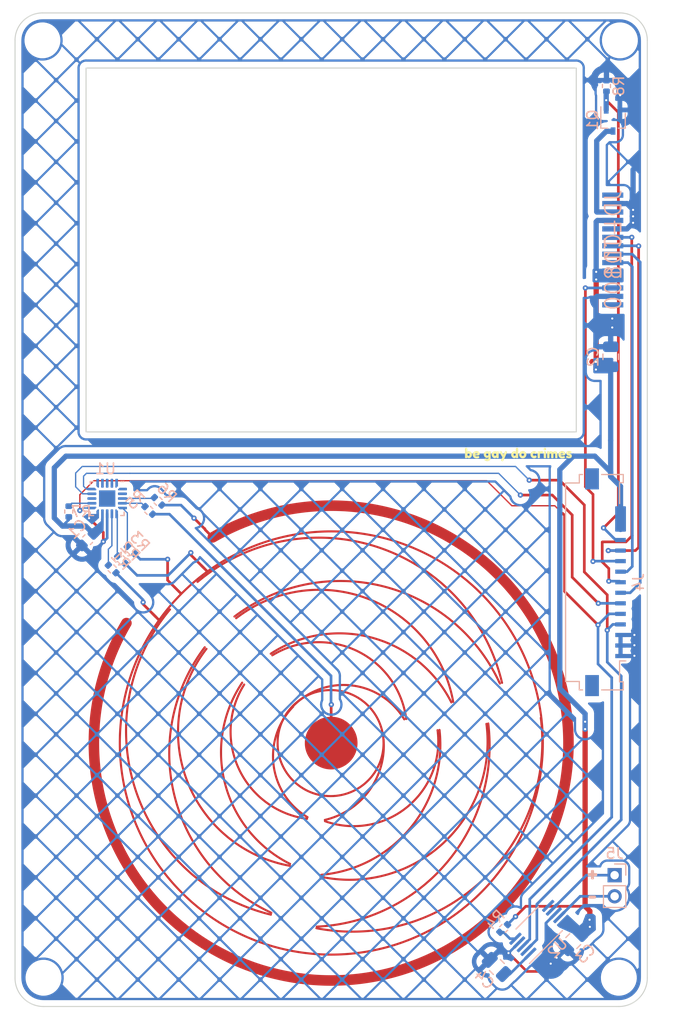
<source format=kicad_pcb>
(kicad_pcb (version 20211014) (generator pcbnew)

  (general
    (thickness 1.6)
  )

  (paper "A4")
  (layers
    (0 "F.Cu" signal)
    (31 "B.Cu" signal)
    (32 "B.Adhes" user "B.Adhesive")
    (33 "F.Adhes" user "F.Adhesive")
    (34 "B.Paste" user)
    (35 "F.Paste" user)
    (36 "B.SilkS" user "B.Silkscreen")
    (37 "F.SilkS" user "F.Silkscreen")
    (38 "B.Mask" user)
    (39 "F.Mask" user)
    (40 "Dwgs.User" user "User.Drawings")
    (41 "Cmts.User" user "User.Comments")
    (42 "Eco1.User" user "User.Eco1")
    (43 "Eco2.User" user "User.Eco2")
    (44 "Edge.Cuts" user)
    (45 "Margin" user)
    (46 "B.CrtYd" user "B.Courtyard")
    (47 "F.CrtYd" user "F.Courtyard")
    (48 "B.Fab" user)
    (49 "F.Fab" user)
    (50 "User.1" user)
    (51 "User.2" user)
    (52 "User.3" user)
    (53 "User.4" user)
    (54 "User.5" user)
    (55 "User.6" user)
    (56 "User.7" user)
    (57 "User.8" user)
    (58 "User.9" user)
  )

  (setup
    (stackup
      (layer "F.SilkS" (type "Top Silk Screen"))
      (layer "F.Paste" (type "Top Solder Paste"))
      (layer "F.Mask" (type "Top Solder Mask") (thickness 0.01))
      (layer "F.Cu" (type "copper") (thickness 0.035))
      (layer "dielectric 1" (type "core") (thickness 1.51) (material "FR4") (epsilon_r 4.5) (loss_tangent 0.02))
      (layer "B.Cu" (type "copper") (thickness 0.035))
      (layer "B.Mask" (type "Bottom Solder Mask") (thickness 0.01))
      (layer "B.Paste" (type "Bottom Solder Paste"))
      (layer "B.SilkS" (type "Bottom Silk Screen"))
      (copper_finish "None")
      (dielectric_constraints no)
    )
    (pad_to_mask_clearance 0)
    (pcbplotparams
      (layerselection 0x00010fc_ffffffff)
      (disableapertmacros false)
      (usegerberextensions false)
      (usegerberattributes true)
      (usegerberadvancedattributes true)
      (creategerberjobfile true)
      (svguseinch false)
      (svgprecision 6)
      (excludeedgelayer true)
      (plotframeref false)
      (viasonmask false)
      (mode 1)
      (useauxorigin false)
      (hpglpennumber 1)
      (hpglpenspeed 20)
      (hpglpendiameter 15.000000)
      (dxfpolygonmode true)
      (dxfimperialunits true)
      (dxfusepcbnewfont true)
      (psnegative false)
      (psa4output false)
      (plotreference true)
      (plotvalue true)
      (plotinvisibletext false)
      (sketchpadsonfab false)
      (subtractmaskfromsilk false)
      (outputformat 1)
      (mirror false)
      (drillshape 1)
      (scaleselection 1)
      (outputdirectory "")
    )
  )

  (net 0 "")
  (net 1 "unconnected-(U1-Pad1)")
  (net 2 "unconnected-(U1-Pad2)")
  (net 3 "Net-(J3-Pad1)")
  (net 4 "Net-(J2-Pad1)")
  (net 5 "WHEEL_CH0")
  (net 6 "Net-(R2-Pad2)")
  (net 7 "Net-(R3-Pad2)")
  (net 8 "GND")
  (net 9 "+3V3")
  (net 10 "unconnected-(U1-Pad13)")
  (net 11 "Net-(R1-Pad2)")
  (net 12 "unconnected-(U1-Pad16)")
  (net 13 "unconnected-(U1-Pad17)")
  (net 14 "unconnected-(U1-Pad18)")
  (net 15 "unconnected-(U1-Pad19)")
  (net 16 "unconnected-(U1-Pad20)")
  (net 17 "DISPLAY_LED_EN")
  (net 18 "Net-(C4-Pad2)")
  (net 19 "Net-(R5-Pad2)")
  (net 20 "Net-(R6-Pad2)")
  (net 21 "Net-(R7-Pad2)")
  (net 22 "TOUCH_SCL")
  (net 23 "TOUCH_SDA")
  (net 24 "~{TOUCH_INT}")
  (net 25 "DISPLAY_DATA")
  (net 26 "DISPLAY_CLK")
  (net 27 "DISPLAY_CS")
  (net 28 "DISPLAY_DR")
  (net 29 "DISPLAY_LED")
  (net 30 "~{DISPLAY_RST}")
  (net 31 "Net-(J5-Pad1)")
  (net 32 "Net-(J5-Pad2)")
  (net 33 "Net-(R4-Pad2)")
  (net 34 "unconnected-(U2-Pad6)")

  (footprint "kibuzzard-63E2E67D" (layer "F.Cu") (at 174.975 90.525))

  (footprint "faceplate-footprints:qtouch-wheel" (layer "F.Cu") (at 157.156753 117.890948 45))

  (footprint "faceplate-footprints:qtouch-guard" (layer "F.Cu") (at 157.222993 117.885573 45))

  (footprint "MountingHole:MountingHole_2.2mm_M2" (layer "F.Cu") (at 129.925 140.125))

  (footprint "MountingHole:MountingHole_2.2mm_M2" (layer "F.Cu") (at 129.825 51.25))

  (footprint "faceplate-footprints:qtouch-button" (layer "F.Cu") (at 157.2125 117.875))

  (footprint "MountingHole:MountingHole_2.2mm_M2" (layer "F.Cu") (at 184.6 51.25))

  (footprint "MountingHole:MountingHole_2.2mm_M2" (layer "F.Cu") (at 184.5 140.125))

  (footprint "Connector_PinHeader_2.00mm:PinHeader_1x02_P2.00mm_Vertical" (layer "B.Cu") (at 184.1 130.4 180))

  (footprint "Resistor_SMD:R_0402_1005Metric" (layer "B.Cu") (at 140.800624 94.950624 135))

  (footprint "kibuzzard-63E31E57" (layer "B.Cu") (at 181.975 132.475 180))

  (footprint "Resistor_SMD:R_0402_1005Metric" (layer "B.Cu") (at 132.325 95.925 90))

  (footprint "faceplate-footprints:JD-T1800" (layer "B.Cu") (at 183.975 71.125 90))

  (footprint "Resistor_SMD:R_0402_1005Metric" (layer "B.Cu") (at 183.325 55.575 90))

  (footprint "Capacitor_SMD:C_0805_2012Metric" (layer "B.Cu") (at 180.178249 136.646751 45))

  (footprint "Resistor_SMD:R_0402_1005Metric" (layer "B.Cu") (at 137.325624 100.500624 135))

  (footprint "Package_DFN_QFN:VQFN-20-1EP_3x3mm_P0.45mm_EP1.55x1.55mm" (layer "B.Cu") (at 135.965 94.69 180))

  (footprint "Resistor_SMD:R_0402_1005Metric" (layer "B.Cu") (at 136.44 101.365 135))

  (footprint "Capacitor_SMD:C_0805_2012Metric" (layer "B.Cu") (at 183.725 81.25 -90))

  (footprint "Resistor_SMD:R_0402_1005Metric" (layer "B.Cu") (at 173.575 135.45 -135))

  (footprint "Resistor_SMD:R_0402_1005Metric" (layer "B.Cu") (at 138.24 99.59 135))

  (footprint "Connector_FFC-FPC:Molex_200528-0150_1x15-1MP_P1.00mm_Horizontal" (layer "B.Cu") (at 183.75 102.625 90))

  (footprint "Package_SO:VSSOP-10_3x3mm_P0.5mm" (layer "B.Cu") (at 176.95 135.575 45))

  (footprint "Capacitor_SMD:C_0603_1608Metric" (layer "B.Cu") (at 134.115 98.59 -135))

  (footprint "Capacitor_SMD:C_0805_2012Metric" (layer "B.Cu") (at 172.928249 139.103249 -45))

  (footprint "Resistor_SMD:R_0402_1005Metric" (layer "B.Cu") (at 139.915 95.815 135))

  (footprint "Package_TO_SOT_SMD:SOT-323_SC-70" (layer "B.Cu") (at 183.95 58.85 -90))

  (footprint "kibuzzard-63E31E51" (layer "B.Cu") (at 182 130.35 180))

  (gr_rect (start 133.9625 53.875) (end 180.4625 88.375) (layer "Edge.Cuts") (width 0.1) (fill none) (tstamp 303c48f8-00ae-431b-bf0a-957de4d42b4c))
  (gr_arc (start 129.925 142.85) (mid 128.015812 142.059188) (end 127.225 140.15) (layer "Edge.Cuts") (width 0.1) (tstamp 4431124d-e065-4874-8b88-cc94c5946dc6))
  (gr_arc (start 127.225 51.25) (mid 127.986522 49.411522) (end 129.825 48.65) (layer "Edge.Cuts") (width 0.1) (tstamp 47af01ae-51df-4532-8fc3-bee9852b5471))
  (gr_arc (start 187.2 140.15) (mid 186.409188 142.059188) (end 184.5 142.85) (layer "Edge.Cuts") (width 0.1) (tstamp 55abbd98-3706-43d5-9025-83a3d082c779))
  (gr_line (start 127.225 140.15) (end 127.225 51.25) (layer "Edge.Cuts") (width 0.1) (tstamp 79b2217b-4762-4ddd-9f33-68a8aa71ecf1))
  (gr_line (start 129.825 48.65) (end 184.6 48.65) (layer "Edge.Cuts") (width 0.1) (tstamp 9eaa5576-c3e5-40c8-a329-3574eca36fcf))
  (gr_line (start 187.2 51.25) (end 187.2 140.15) (layer "Edge.Cuts") (width 0.1) (tstamp c7a9609f-205b-4fad-bd1b-94626358b2eb))
  (gr_line (start 184.5 142.85) (end 129.925 142.85) (layer "Edge.Cuts") (width 0.1) (tstamp e18aad42-7fde-4d42-9caa-fec47a6bad2c))
  (gr_arc (start 184.6 48.65) (mid 186.438478 49.411522) (end 187.2 51.25) (layer "Edge.Cuts") (width 0.1) (tstamp f4185a7b-2a10-40e4-93d1-741c3d0df58c))

  (segment (start 145.206253 97.556253) (end 144.2 96.55) (width 0.254) (layer "F.Cu") (net 3) (tstamp 90825233-5bc7-40cb-b6f7-0bcbedc457c0))
  (segment (start 145.237533 97.556253) (end 145.206253 97.556253) (width 0.254) (layer "F.Cu") (net 3) (tstamp de06a0d1-e80d-43b8-a51f-d190f555d94b))
  (via (at 144.2 96.55) (size 0.5) (drill 0.2) (layers "F.Cu" "B.Cu") (net 3) (tstamp 13ce3bfa-c097-496b-9c9b-e9ede92c48b8))
  (segment (start 142.961248 95.311248) (end 144.2 96.55) (width 0.254) (layer "B.Cu") (net 3) (tstamp bbb3d4a3-f22e-4219-adc8-d64669fad9ee))
  (segment (start 141.161248 95.311248) (end 142.961248 95.311248) (width 0.254) (layer "B.Cu") (net 3) (tstamp cfd5f973-e08f-4703-ad15-9abf366c0e9b))
  (segment (start 157.225 114.225) (end 157.2125 114.2375) (width 0.254) (layer "F.Cu") (net 4) (tstamp 8b68b5ff-7069-4796-9018-ffcab1ea4a74))
  (segment (start 157.2125 114.2375) (end 157.2125 114.775) (width 0.254) (layer "F.Cu") (net 4) (tstamp d444af19-7215-4090-a3d9-b94e316a2623))
  (via (at 157.225 114.225) (size 0.5) (drill 0.2) (layers "F.Cu" "B.Cu") (net 4) (tstamp 8d7b2cc7-049d-4a44-a132-48abe9f19c72))
  (segment (start 157.225 114.225) (end 157.2 114.2) (width 0.254) (layer "B.Cu") (net 4) (tstamp 26ac3a46-c57a-4476-a11e-8bd4c1d589f7))
  (segment (start 157.2 114.2) (end 157.2 111.5) (width 0.254) (layer "B.Cu") (net 4) (tstamp 2aa721f6-c8b2-4874-a792-324f9f078f88))
  (segment (start 141.875624 96.175624) (end 140.275624 96.175624) (width 0.254) (layer "B.Cu") (net 4) (tstamp 57b66bdf-556b-4699-a7fd-acaa8d973083))
  (segment (start 157.2 111.5) (end 141.875624 96.175624) (width 0.254) (layer "B.Cu") (net 4) (tstamp 5ce6dbd9-ada0-4525-ad4b-e0aad4a23557))
  (segment (start 140.575099 105.905488) (end 139.375 104.705389) (width 0.254) (layer "F.Cu") (net 5) (tstamp 08893ec0-3012-417b-bcc0-fa4ae850055a))
  (segment (start 143.9 100.038001) (end 143.9 99.825) (width 0.254) (layer "F.Cu") (net 5) (tstamp 4e949738-2e19-468d-88b6-a06d27aac5db))
  (segment (start 139.375 104.705389) (end 139.375 104.525) (width 0.254) (layer "F.Cu") (net 5) (tstamp 511863a1-9ed0-47f7-831a-e409afdb200e))
  (segment (start 145.171293 101.309294) (end 143.9 100.038001) (width 0.254) (layer "F.Cu") (net 5) (tstamp ac44f726-4408-4635-b86c-290a50df26be))
  (segment (start 141.7 100.45) (end 141.7 102.434195) (width 0.254) (layer "F.Cu") (net 5) (tstamp c01361cd-78df-405c-9f04-8a0d95afd947))
  (segment (start 141.7 102.434195) (end 142.378221 103.112416) (width 0.254) (layer "F.Cu") (net 5) (tstamp ed1aa7b1-d414-41fd-9683-3f6406985f1c))
  (via (at 139.375 104.525) (size 0.5) (drill 0.2) (layers "F.Cu" "B.Cu") (net 5) (tstamp 4eec201d-700b-49e9-8dd8-b5bf2745e00d))
  (via (at 143.9 99.825) (size 0.5) (drill 0.2) (layers "F.Cu" "B.Cu") (net 5) (tstamp 768993f7-99e5-465c-b478-4369ef3add4d))
  (via (at 141.7 100.45) (size 0.5) (drill 0.2) (layers "F.Cu" "B.Cu") (net 5) (tstamp b09aa2d8-71b9-471a-940a-a7460556533a))
  (segment (start 143.9 99.825) (end 141.75 101.975) (width 0.254) (layer "B.Cu") (net 5) (tstamp 02f8be27-5e47-4d99-932a-ab677d3cf17e))
  (segment (start 136.800624 101.725624) (end 139.375 104.3) (width 0.254) (layer "B.Cu") (net 5) (tstamp 47b33983-050d-42f9-affb-3eb620f87b4c))
  (segment (start 138.8 101.975) (end 137.686248 100.861248) (width 0.254) (layer "B.Cu") (net 5) (tstamp 604fa596-50f7-47d9-8b63-89178455111d))
  (segment (start 141.75 101.975) (end 138.8 101.975) (width 0.254) (layer "B.Cu") (net 5) (tstamp 6e504cd2-a4f4-4b57-8b2e-507dbaf84e29))
  (segment (start 139.375 104.3) (end 139.375 104.525) (width 0.254) (layer "B.Cu") (net 5) (tstamp bc9bbfb7-6e1e-446b-91c8-51bde91afd11))
  (segment (start 139.1 100.45) (end 141.7 100.45) (width 0.254) (layer "B.Cu") (net 5) (tstamp c05d4625-9732-430e-a482-81cfdc504337))
  (segment (start 138.600624 99.950624) (end 139.1 100.45) (width 0.254) (layer "B.Cu") (net 5) (tstamp e709617c-2de7-4746-8cfa-35b78f2a2a0b))
  (segment (start 136.865 96.14) (end 136.925 96.2) (width 0.127) (layer "B.Cu") (net 6) (tstamp 097350b5-1553-4f2c-9c66-d51321cf96d4))
  (segment (start 136.925 96.2) (end 136.925 100.1) (width 0.127) (layer "B.Cu") (net 6) (tstamp 538a6ef8-a5fb-4dc5-ad2a-9904b0bc2adb))
  (segment (start 136.925 100.1) (end 136.965 100.14) (width 0.127) (layer "B.Cu") (net 6) (tstamp cfcec308-f073-4e8f-a2f7-6f875dbf11b2))
  (segment (start 137.879376 96.054376) (end 137.415 95.59) (width 0.127) (layer "B.Cu") (net 7) (tstamp 779306f6-3511-4603-b532-aa43715b8c64))
  (segment (start 137.879376 99.229376) (end 137.879376 96.054376) (width 0.127) (layer "B.Cu") (net 7) (tstamp a3412139-33e0-40ff-a31a-874da7aa35b8))
  (segment (start 178.0375 138.7875) (end 178.6 138.225) (width 0.25) (layer "F.Cu") (net 8) (tstamp 2f6ac1f2-8bea-4db4-99af-7c22627b06f8))
  (segment (start 134.25 96.55) (end 135.6 97.9) (width 0.254) (layer "F.Cu") (net 8) (tstamp 49860233-4868-406d-8998-2615bfac5637))
  (segment (start 175.775 139.525) (end 177.3 139.525) (width 0.25) (layer "F.Cu") (net 8) (tstamp 6e355140-ac71-437e-8b1c-43c8ef159832))
  (segment (start 135.6 97.9) (end 135.6 98.775) (width 0.254) (layer "F.Cu") (net 8) (tstamp 7d497662-cb41-4e2b-8a92-9ab8fae03a79))
  (segment (start 177.3 139.525) (end 178.0375 138.7875) (width 0.25) (layer "F.Cu") (net 8) (tstamp 9c79a122-884d-477d-957a-e37f2562a5ce))
  (segment (start 174.033947 137.783947) (end 175.775 139.525) (width 0.25) (layer "F.Cu") (net 8) (tstamp 9f5f23ed-7385-41c2-9094-d91177d5f2f1))
  (via (at 183.875 78.475) (size 0.5) (drill 0.2) (layers "F.Cu" "B.Cu") (free) (net 8) (tstamp 13792cf4-5a81-4b40-a760-d71bb1a90064))
  (via (at 185.975 108.6) (size 0.5) (drill 0.2) (layers "F.Cu" "B.Cu") (free) (net 8) (tstamp 1835acd8-45be-48b0-8946-59f727adf0b2))
  (via (at 185.975 107.625) (size 0.5) (drill 0.2) (layers "F.Cu" "B.Cu") (free) (net 8) (tstamp 21702ac0-490d-43a5-8aaa-4f5936a7277c))
  (via (at 185.85 67.325) (size 0.5) (drill 0.2) (layers "F.Cu" "B.Cu") (net 8) (tstamp 31e0517a-7709-4291-b053-4a43f398177c))
  (via (at 174.033947 137.783947) (size 0.5) (drill 0.2) (layers "F.Cu" "B.Cu") (net 8) (tstamp 7a87d799-9b91-4a12-808c-d909f10681fd))
  (via (at 185.85 68.548352) (size 0.5) (drill 0.2) (layers "F.Cu" "B.Cu") (net 8) (tstamp 9e16c915-039e-4b9f-a312-49c011cec8bc))
  (via (at 185.85 67.936676) (size 0.5) (drill 0.2) (layers "F.Cu" "B.Cu") (net 8) (tstamp ad2ac80b-f733-442e-bfbd-0e139977d453))
  (via (at 183.875 77.625) (size 0.5) (drill 0.2) (layers "F.Cu" "B.Cu") (free) (net 8) (tstamp b37e5de0-2462-41da-a8f4-8dd5f4d5b370))
  (via (at 185.975 109.6) (size 0.5) (drill 0.2) (layers "F.Cu" "B.Cu") (free) (net 8) (tstamp b46189b9-3769-4bab-b90e-bd5e4696a0c8))
  (via (at 135.6 98.775) (size 0.5) (drill 0.2) (layers "F.Cu" "B.Cu") (net 8) (tstamp b518f014-9591-427a-8916-78f194a9a107))
  (via (at 178.6 138.225) (size 0.5) (drill 0.2) (layers "F.Cu" "B.Cu") (net 8) (tstamp bac27fae-9498-44f5-b436-1259016ee7ec))
  (via (at 178.0375 138.7875) (size 0.5) (drill 0.2) (layers "F.Cu" "B.Cu") (net 8) (tstamp be83a6b3-26ec-4582-ac45-3d018d0f670f))
  (via (at 184.625 56.45) (size 0.5) (drill 0.2) (layers "F.Cu" "B.Cu") (free) (net 8) (tstamp cda96038-06bb-4f21-8ba3-3606601afd95))
  (via (at 134.25 96.55) (size 0.5) (drill 0.2) (layers "F.Cu" "B.Cu") (free) (net 8) (tstamp fdff3425-227d-496b-8be6-7c7273d70569))
  (segment (start 185.85 67.975) (end 185.85 68.548352) (width 0.5) (layer "B.Cu") (net 8) (tstamp 0df957b2-1f48-4ff9-b270-46f28afc6afa))
  (segment (start 175.040812 136.777082) (end 174.033947 137.783947) (width 0.25) (layer "B.Cu") (net 8) (tstamp 13ad6042-dd8c-431e-a5bd-9472bfa3a922))
  (segment (start 172.887996 137.8) (end 172.256498 138.431498) (width 0.25) (layer "B.Cu") (net 8) (tstamp 1ada02e1-1c68-47bc-9214-93ddd90d44d7))
  (segment (start 177.6 135.412004) (end 179.506498 137.318502) (width 0.254) (layer "B.Cu") (net 8) (tstamp 1b0a1509-8c7f-4bf9-a1f9-4dcf31aee6c1))
  (segment (start 135.625 98.775) (end 135.6 98.775) (width 0.254) (layer "B.Cu") (net 8) (tstamp 24e1b806-0806-4172-857e-e544e969d04c))
  (segment (start 185.272332 66.72572) (end 185.85 67.303388) (width 0.5) (layer "B.Cu") (net 8) (tstamp 278618fa-82de-46dd-ad35-909eb92e3008))
  (segment (start 185.85 67.303388) (end 185.85 67.325) (width 0.5) (layer "B.Cu") (net 8) (tstamp 27cc28bb-521c-4893-9b6b-e06d574549fd))
  (segment (start 178.505635 134.019365) (end 177.6 134.925) (width 0.254) (layer "B.Cu") (net 8) (tstamp 286a0fbd-031b-472b-a51a-fb0aace16d7b))
  (segment (start 185.85 68.548352) (end 185.272332 69.12602) (width 0.5) (layer "B.Cu") (net 8) (tstamp 3c2dc61a-7398-49e5-98dd-b4c0b22d8c54))
  (segment (start 179.506498 137.318502) (end 178.6 138.225) (width 0.254) (layer "B.Cu") (net 8) (tstamp 4ae84449-a726-4afb-b4df-0b1469613d07))
  (segment (start 183.925 66.72572) (end 185.272332 66.72572) (width 0.5) (layer "B.Cu") (net 8) (tstamp 5ad20b8d-5dfd-4712-9a28-562745d8ddd7))
  (segment (start 183.925 75.52428) (end 182.42551 75.52428) (width 0.5) (layer "B.Cu") (net 8) (tstamp 5df05dc2-2137-418e-b576-0c3fb788b9b0))
  (segment (start 177.6 134.925) (end 177.6 135.412004) (width 0.254) (layer "B.Cu") (net 8) (tstamp 5e3d82c8-ebcb-4a65-b1c5-4c76acd3f937))
  (segment (start 135.6 98.775) (end 134.65 99.725) (width 0.254) (layer "B.Cu") (net 8) (tstamp 64da8545-3fe0-40da-bb84-5b14f96ff9a2))
  (segment (start 185.85 67.325) (end 185.85 63.5) (width 0.5) (layer "B.Cu") (net 8) (tstamp 6cf1b8d7-852c-4a3c-be7e-4f66e62fc8fa))
  (segment (start 134.65 99.725) (end 134.153984 99.725) (width 0.254) (layer "B.Cu") (net 8) (tstamp 85d063d3-0a98-4e9d-831d-9250147310e7))
  (segment (start 134.153984 99.725) (end 133.566992 99.138008) (width 0.254) (layer "B.Cu") (net 8) (tstamp 921163a7-6d3a-4ff3-b694-05cc934b7cd4))
  (segment (start 185.272332 69.12602) (end 183.925 69.12602) (width 0.5) (layer "B.Cu") (net 8) (tstamp 979ed055-721b-46ad-9e3d-571dc185828c))
  (segment (start 135.965 96.14) (end 135.965 98.435) (width 0.254) (layer "B.Cu") (net 8) (tstamp 9b836a0c-3f9f-407b-9503-9254de77a584))
  (segment (start 174.017894 137.8) (end 172.887996 137.8) (width 0.25) (layer "B.Cu") (net 8) (tstamp a51ab8e5-6958-4dd4-aae5-ddb8437295c4))
  (segment (start 182.42551 75.52428) (end 182.325 75.62479) (width 0.5) (layer "B.Cu") (net 8) (tstamp c81affef-7ee2-416d-a139-765359864e90))
  (segment (start 185.85 67.325) (end 185.85 67.975) (width 0.5) (layer "B.Cu") (net 8) (tstamp cdd91e9a-4b13-4e49-a67e-c242e876186f))
  (segment (start 135.965 98.435) (end 135.625 98.775) (width 0.254) (layer "B.Cu") (net 8) (tstamp edf1ecb3-60c7-4a50-bc38-1f92e7994d92))
  (segment (start 182.325 75.62479) (end 182.325 79.85) (width 0.5) (layer "B.Cu") (net 8) (tstamp ee57a5f4-ae4a-4623-9d38-ec44a28cc794))
  (segment (start 174.033947 137.783947) (end 174.017894 137.8) (width 0.25) (layer "B.Cu") (net 8) (tstamp f262430e-0cfd-4e2b-a75f-e991136d1a00))
  (segment (start 181.3 116.55) (end 181.3 133.35) (width 0.5) (layer "F.Cu") (net 9) (tstamp 57649eda-34ed-4093-bc6d-e9f69f8ed9d5))
  (segment (start 181.95 81.725) (end 181.975 81.7) (width 0.5) (layer "F.Cu") (net 9) (tstamp 7d138bcc-61b4-413b-9d35-86fb799984f1))
  (segment (start 181.3 115.85) (end 181.3 116.55) (width 0.5) (layer "F.Cu") (net 9) (tstamp c24fd629-01e4-4e36-8309-149cc01bfaf8))
  (segment (start 175.675 133.35) (end 181.3 133.35) (width 0.254) (layer "F.Cu") (net 9) (tstamp e68fa440-0386-4876-899f-7b30e90a4f64))
  (segment (start 182.35 73.2) (end 182.35 74.925) (width 0.5) (layer "F.Cu") (net 9) (tstamp e7b006fb-786a-413f-8663-6b174be14c9e))
  (segment (start 181.3 133.35) (end 181.75 133.8) (width 0.5) (layer "F.Cu") (net 9) (tstamp eae21963-cf54-4888-bd2d-95ec486c7393))
  (segment (start 182.325 82.4625) (end 182.325 81.7375) (width 0.5) (layer "F.Cu") (net 9) (tstamp ecabccd6-8732-4659-a60c-048295911d05))
  (segment (start 174.7 134.325) (end 175.675 133.35) (width 0.254) (layer "F.Cu") (net 9) (tstamp f92a4afe-be8f-4be3-9313-519b7069ec99))
  (segment (start 181.75 135.3) (end 181.75 133.8) (width 0.5) (layer "F.Cu") (net 9) (tstamp feb052ac-ad97-47cb-aef0-aec7dff5c1b3))
  (segment (start 182.35 81.7) (end 182.35 74.925) (width 0.5) (layer "F.Cu") (net 9) (tstamp fff9c332-c61a-47ef-9cf5-30a10281ccec))
  (via (at 182.325 81.7375) (size 0.5) (drill 0.2) (layers "F.Cu" "B.Cu") (net 9) (tstamp 170f77a5-8950-4b81-b6a3-4993996e4d35))
  (via (at 181.75 135.3) (size 0.5) (drill 0.2) (layers "F.Cu" "B.Cu") (free) (net 9) (tstamp 4df1ccd0-661c-4600-a185-fcde7301d2c4))
  (via (at 182.35 73.925) (size 0.5) (drill 0.2) (layers "F.Cu" "B.Cu") (free) (net 9) (tstamp 68ceb7f3-dc56-4e59-bfb0-a428db94629b))
  (via (at 182.325 82.4625) (size 0.5) (drill 0.2) (layers "F.Cu" "B.Cu") (net 9) (tstamp 8a432fd7-39b0-4bfe-95fd-fd8004fa84e7))
  (via (at 182.35 73.2) (size 0.5) (drill 0.2) (layers "F.Cu" "B.Cu") (free) (net 9) (tstamp 8ec75389-cc3e-4b84-8560-267247f42941))
  (via (at 181.3 115.85) (size 0.5) (drill 0.2) (layers "F.Cu" "B.Cu") (net 9) (tstamp 9a5d0044-f596-412d-a754-517a11a80f2f))
  (via (at 174.7 134.325) (size 0.5) (drill 0.2) (layers "F.Cu" "B.Cu") (net 9) (tstamp d86e1b66-3131-4685-ac32-4033085d87fb))
  (via (at 181.3 116.55) (size 0.5) (drill 0.2) (layers "F.Cu" "B.Cu") (net 9) (tstamp f911569b-35fe-42ac-8fcf-c675c7de465a))
  (via (at 181.725 134.625) (size 0.5) (drill 0.2) (layers "F.Cu" "B.Cu") (free) (net 9) (tstamp fab64879-2515-42be-8e56-74b69bff2396))
  (segment (start 182.35 68.45) (end 182.47408 68.32592) (width 0.5) (layer "B.Cu") (net 9) (tstamp 0917fc83-bd7c-41c6-a361-23b0b1aaea8a))
  (segment (start 173.935624 135.089376) (end 174.7 134.325) (width 0.254) (layer "B.Cu") (net 9) (tstamp 0ad77728-dac4-41d4-ac37-46297e12e7be))
  (segment (start 132.325 96.7) (end 131.725 97.3) (width 0.254) (layer "B.Cu") (net 9) (tstamp 0f6922ae-056c-4133-b8ad-90c59358232f))
  (segment (start 132.36 96.435) (end 132.325 96.435) (width 0.254) (layer "B.Cu") (net 9) (tstamp 1126858d-7800-402e-ade0-42954a8b9691))
  (segment (start 182.225 90.675) (end 183.725 92.175) (width 0.5) (layer "B.Cu") (net 9) (tstamp 11713ea0-9740-40f0-ada9-a23eadcdab2a))
  (segment (start 180.175 90.675) (end 182.225 90.675) (width 0.5) (layer "B.Cu") (net 9) (tstamp 1184c8b4-447f-49ab-b93e-4d2cb5c099ff))
  (segment (start 130.95 91.775) (end 130.95 96.525) (width 0.5) (layer "B.Cu") (net 9) (tstamp 2c5b9eb6-7fa1-49eb-b739-9d176f08eaf5))
  (segment (start 130.95 96.525) (end 131.725 97.3) (width 0.5) (layer "B.Cu") (net 9) (tstamp 363ea06a-b747-492f-be4e-e627e2845056))
  (segment (start 180.175 90.675) (end 178.9 91.95) (width 0.5) (layer "B.Cu") (net 9) (tstamp 4be5ba7e-5c45-4cc8-a9d7-73e21a2b787f))
  (segment (start 178.9 112.7) (end 181.3 115.1) (width 0.5) (layer "B.Cu") (net 9) (tstamp 5fc2011b-7b7c-4608-96fd-2645cf13d803))
  (segment (start 183.725 92.6) (end 183.725 89.175) (width 0.5) (layer "B.Cu") (net 9) (tstamp 61281931-d91f-48c9-8906-f0b9c4517241))
  (segment (start 184.66 93.535) (end 183.725 92.6) (width 0.5) (layer "B.Cu") (net 9) (tstamp 6876c48c-2eac-479c-a184-0afa3011f911))
  (segment (start 132.05 90.675) (end 130.95 91.775) (width 0.5) (layer "B.Cu") (net 9) (tstamp 6da4959d-5a37-42ad-90d2-807acc3585ed))
  (segment (start 133.921016 97.3) (end 134.663008 98.041992) (width 0.5) (layer "B.Cu") (net 9) (tstamp 72837c32-433c-43b2-99e4-58e9b88f3633))
  (segment (start 183.725 92.175) (end 183.725 92.6) (width 0.5) (layer "B.Cu") (net 9) (tstamp 75ec1670-6e23-42b2-854d-7bc1831bb046))
  (segment (start 181.3 115.85) (end 181.3 116.55) (width 0.5) (layer "B.Cu") (net 9) (tstamp 832795fa-4cb5-4b81-8dd6-755cdffd4965))
  (segment (start 181.3 115.1) (end 181.3 115.85) (width 0.5) (layer "B.Cu") (net 9) (tstamp 83dd99af-50df-4179-b458-f384a48b33de))
  (segment (start 180.175 90.675) (end 132.05 90.675) (width 0.5) (layer "B.Cu") (net 9) (tstamp 957860c5-f84b-4ac3-8732-4b9e58060ca3))
  (segment (start 182.35 73.2) (end 182.35 68.45) (width 0.5) (layer "B.Cu") (net 9) (tstamp ad5ce384-8bec-41c4-ab19-b3d9d4d06b49))
  (segment (start 183.725 89.175) (end 183.725 82.2) (width 0.5) (layer "B.Cu") (net 9) (tstamp c0ff9e30-7816-4806-b2c9-36adf5d733f1))
  (segment (start 178.9 91.95) (end 178.9 112.7) (width 0.5) (layer "B.Cu") (net 9) (tstamp ca12b660-c71d-4b12-bbe6-404674a26d5f))
  (segment (start 184.66 97.625) (end 184.66 93.535) (width 0.5) (layer "B.Cu") (net 9) (tstamp e3eff8e8-5c01-4aa5-a29b-c8802d07afb3))
  (segment (start 182.47408 68.32592) (end 183.925 68.32592) (width 0.5) (layer "B.Cu") (net 9) (tstamp e4f90026-8125-4530-8e04-5779bbdedec8))
  (segment (start 132.325 96.435) (end 132.325 96.7) (width 0.254) (layer "B.Cu") (net 9) (tstamp ea4813c4-3e3d-4c26-898e-b19ad4c4edee))
  (segment (start 131.725 97.3) (end 133.921016 97.3) (width 0.5) (layer "B.Cu") (net 9) (tstamp ee52f01d-42ac-43c7-9521-dd9ce13983e9))
  (segment (start 136.415 99.16) (end 136.079376 99.495624) (width 0.127) (layer "B.Cu") (net 11) (tstamp 0743746b-b98c-430e-b09c-fe97a7c435fb))
  (segment (start 136.415 96.14) (end 136.415 99.16) (width 0.127) (layer "B.Cu") (net 11) (tstamp 442a3876-468e-4e9b-8589-42df1f717f20))
  (segment (start 136.079376 99.495624) (end 136.079376 101.004376) (width 0.127) (layer "B.Cu") (net 11) (tstamp 51f87b8a-b5e0-4a39-aa4c-d4622b06468e))
  (segment (start 184.451511 96.073489) (end 183.05 97.475) (width 0.254) (layer "F.Cu") (net 17) (tstamp 12d3fb80-dad2-44b6-962c-687ca43bfc45))
  (segment (start 184.451511 58.076511) (end 184.451511 96.073489) (width 0.254) (layer "F.Cu") (net 17) (tstamp 4fe5f9ee-3bcc-4aa3-8333-e41d96272144))
  (segment (start 183.3 56.925) (end 184.451511 58.076511) (width 0.254) (layer "F.Cu") (net 17) (tstamp 5b6f0ae0-0db6-4ac6-bbde-dbd30fe58485))
  (via (at 183.05 97.475) (size 0.5) (drill 0.2) (layers "F.Cu" "B.Cu") (net 17) (tstamp 64612074-88f4-4c39-84a4-a32ce20000e1))
  (via (at 183.3 56.925) (size 0.5) (drill 0.2) (layers "F.Cu" "B.Cu") (net 17) (tstamp efd52bc6-f908-4878-be8f-8d60052e0b9c))
  (segment (start 183.05 97.475) (end 184.2 98.625) (width 0.254) (layer "B.Cu") (net 17) (tstamp 076cb1a7-4981-4981-9121-513f4b11a754))
  (segment (start 184.2 98.625) (end 184.66 98.625) (width 0.254) (layer "B.Cu") (net 17) (tstamp 7708b615-e537-439c-8ff5-7612d5408b7c))
  (segment (start 183.3 56.335) (end 183.3 56.925) (width 0.5) (layer "B.Cu") (net 17) (tstamp 95cea3f8-49e5-4577-9d80-939427796fdf))
  (segment (start 183.3 56.925) (end 183.3 57.85) (width 0.5) (layer "B.Cu") (net 17) (tstamp c1ec75f9-5dfc-4092-92e2-2017309e48d6))
  (segment (start 176.101472 137.837742) (end 174.164214 139.775) (width 0.25) (layer "B.Cu") (net 18) (tstamp 4d2cb25f-3cad-4324-9d56-3047f747c46c))
  (segment (start 174.164214 139.775) (end 173.6 139.775) (width 0.25) (layer "B.Cu") (net 18) (tstamp fbe87a00-0fbc-4b14-aef8-50d8d9ffc4a8))
  (segment (start 139.24 95.14) (end 137.415 95.14) (width 0.127) (layer "B.Cu") (net 19) (tstamp 763167be-40dd-49be-a924-9a7289b97102))
  (segment (start 139.554376 95.454376) (end 139.24 95.14) (width 0.127) (layer "B.Cu") (net 19) (tstamp 76519033-51b4-4a08-b578-f31bc9623b31))
  (segment (start 137.415 94.69) (end 137.43 94.675) (width 0.127) (layer "B.Cu") (net 20) (tstamp 2fce77e3-990d-43af-8478-3020d5d77d2e))
  (segment (start 140.355 94.675) (end 140.44 94.59) (width 0.127) (layer "B.Cu") (net 20) (tstamp 587214cb-70f9-45f1-9ee5-5c5447f855da))
  (segment (start 137.43 94.675) (end 140.355 94.675) (width 0.127) (layer "B.Cu") (net 20) (tstamp 9fc86605-81cf-4f3b-93e7-6b707a133702))
  (segment (start 134.515 95.14) (end 132.6 95.14) (width 0.127) (layer "B.Cu") (net 21) (tstamp 12d952da-025a-45cc-8917-f7106d483e26))
  (segment (start 132.6 95.14) (end 132.325 95.415) (width 0.127) (layer "B.Cu") (net 21) (tstamp 4f17fa97-5486-4a1a-bbd2-77d892e16d3e))
  (segment (start 178.875 92.95) (end 176 92.95) (width 0.254) (layer "F.Cu") (net 22) (tstamp 17619f6e-e08e-43b8-bb0f-401f945585bd))
  (segment (start 181.225 95.3) (end 178.875 92.95) (width 0.254) (layer "F.Cu") (net 22) (tstamp 500bd176-e16a-4a3c-b995-facec709861d))
  (segment (start 181.225 101.65) (end 181.225 95.3) (width 0.254) (layer "F.Cu") (net 22) (tstamp 6b426533-a9f7-4d09-8e9a-b09be4f7dd5f))
  (segment (start 175.925 92.95) (end 176 92.95) (width 0.254) (layer "F.Cu") (net 22) (tstamp 90a8582b-2199-4fa1-89e4-43bf33d26a34))
  (segment (start 183.4 107.175) (end 183.4 103.825) (width 0.254) (layer "F.Cu") (net 22) (tstamp b998380d-1fd9-4677-81d8-6e093fd7762e))
  (segment (start 183.4 103.825) (end 181.225 101.65) (width 0.254) (layer "F.Cu") (net 22) (tstamp df53d951-9b1f-4faa-8e2a-615443ba3324))
  (via (at 183.4 107.175) (size 0.5) (drill 0.2) (layers "F.Cu" "B.Cu") (net 22) (tstamp 6f9bdf0f-e11e-4530-a350-42865ced2c53))
  (via (at 176 92.95) (size 0.5) (drill 0.2) (layers "F.Cu" "B.Cu") (net 22) (tstamp d6147215-33d4-4dc0-ae11-7adfacc87d27))
  (segment (start 174.7 91.65) (end 176 92.95) (width 0.127) (layer "B.Cu") (net 22) (tstamp 2c988aa1-2c12-44fb-9ec5-c0f6025f5c33))
  (segment (start 184.725 125.15) (end 176.725 133.15) (width 0.254) (layer "B.Cu") (net 22) (tstamp 3a7cddad-1d3d-44c9-9b54-45febbfdafbf))
  (segment (start 183.925 106.625) (end 183.4 107.15) (width 0.254) (layer "B.Cu") (net 22) (tstamp 41aafd82-7f2e-48f9-98ca-0c94e65b5d3b))
  (segment (start 176.725 133.15) (end 176.725 136.507106) (width 0.254) (layer "B.Cu") (net 22) (tstamp 457191eb-bc7e-43cf-afba-e3fd4429ff4e))
  (segment (start 138.175 91.65) (end 174.7 91.65) (width 0.127) (layer "B.Cu") (net 22) (tstamp 532a5bb7-2309-44cf-b452-e76269244a8b))
  (segment (start 132.975 93.575) (end 132.975 92.875) (width 0.127) (layer "B.Cu") (net 22) (tstamp 5b6bc3ce-2211-45e5-951f-8e7e2c46c818))
  (segment (start 133.45 94.05) (end 132.975 93.575) (width 0.127) (layer "B.Cu") (net 22) (tstamp 5d0b1587-5aa7-43b6-b69f-ba43be6e0798))
  (segment (start 176.725 136.507106) (end 175.747918 137.484188) (width 0.254) (layer "B.Cu") (net 22) (tstamp 5e07137b-da7d-4ab7-af70-88e47a9e3465))
  (segment (start 183.4 110.2) (end 184.725 111.525) (width 0.254) (layer "B.Cu") (net 22) (tstamp 705a5cc2-6cad-4adb-af94-e235fa2c7ce3))
  (segment (start 184.66 106.625) (end 183.925 106.625) (width 0.254) (layer "B.Cu") (net 22) (tstamp 7719180a-eeca-491e-95ea-b1d08ec4b8d2))
  (segment (start 132.975 92.275) (end 133.45 91.8) (width 0.127) (layer "B.Cu") (net 22) (tstamp 7789040d-7db4-472a-8e98-3b839e234f2c))
  (segment (start 132.975 92.875) (end 132.975 92.275) (width 0.127) (layer "B.Cu") (net 22) (tstamp 7ea80518-1191-4eef-928a-26a6f4e63840))
  (segment (start 134.515 94.24) (end 133.64 94.24) (width 0.127) (layer "B.Cu") (net 22) (tstamp 9f9cbdb3-f876-46b1-884e-9d00645760c8))
  (segment (start 133.45 91.8) (end 133.6 91.65) (width 0.127) (layer "B.Cu") (net 22) (tstamp a1e2a122-d5fe-4f4c-ac24-87ac28f564e7))
  (segment (start 184.725 111.525) (end 184.725 125.15) (width 0.254) (layer "B.Cu") (net 22) (tstamp ae841e79-cb29-4f6e-80a1-c189ad848821))
  (segment (start 183.4 107.175) (end 183.4 110.2) (width 0.254) (layer "B.Cu") (net 22) (tstamp b5e0b4fb-8c80-42d6-b4f6-ae35de69c2ee))
  (segment (start 183.4 107.15) (end 183.4 107.175) (width 0.254) (layer "B.Cu") (net 22) (tstamp c54f9952-e774-4eaf-a72f-ab489d1a1fa2))
  (segment (start 133.64 94.24) (end 133.45 94.05) (width 0.127) (layer "B.Cu") (net 22) (tstamp cbd6ed16-fe94-4d17-b8ca-3f1b2e6c64ad))
  (segment (start 133.6 91.65) (end 138.175 91.65) (width 0.127) (layer "B.Cu") (net 22) (tstamp e826c249-91eb-4a40-a2c4-7e3567bec562))
  (segment (start 179.175 96.1) (end 179.35 96.275) (width 0.254) (layer "F.Cu") (net 23) (tstamp 11d01bfb-933b-47ce-bd70-8b9daf1191d6))
  (segment (start 134.7 93) (end 133.375 94.325) (width 0.127) (layer "F.Cu") (net 23) (tstamp 128c9c7c-1074-4c06-98f5-18a8a5b619d4))
  (segment (start 133.375 94.325) (end 133.375 95.825) (width 0.127) (layer "F.Cu") (net 23) (tstamp 1d404ec5-26d8-4bc5-88f1-658dece24750))
  (segment (start 179.35 96.275) (end 179.35 103.5) (width 0.254) (layer "F.Cu") (net 23) (tstamp 45f24571-5774-4ca1-ad27-4bff01ac89e1))
  (segment (start 179.175 96.1) (end 178.828004 95.753004) (width 0.127) (layer "F.Cu") (net 23) (tstamp 473e3b95-6988-4e5f-bc36-cf540f16446d))
  (segment (start 174.35 95.375) (end 171.975 93) (width 0.127) (layer "F.Cu") (net 23) (tstamp 646e3b50-46ff-48df-8101-42edaab6cb4b))
  (segment (start 178.803004 95.753004) (end 178.425 95.375) (width 0.127) (layer "F.Cu") (net 23) (tstamp 9d07f6a2-f266-49cc-a3f4-e14de94ac453))
  (segment (start 178.425 95.375) (end 174.35 95.375) (width 0.127) (layer "F.Cu") (net 23) (tstamp a4e7b5fc-7adb-409f-a3a4-59a08e53b6ab))
  (segment (start 171.975 93) (end 134.7 93) (width 0.127) (layer "F.Cu") (net 23) (tstamp ac830e11-a6d9-4944-8fff-a0e438fc7bc6))
  (segment (start 178.828004 95.753004) (end 178.803004 95.753004) (width 0.127) (layer "F.Cu") (net 23) (tstamp c93d6db3-c9df-4ffb-bd0d-981e04e01d4f))
  (segment (start 179.35 103.5) (end 182.525 106.675) (width 0.254) (layer "F.Cu") (net 23) (tstamp c95d0ef2-61c3-4dab-a306-0dec5c5692d7))
  (via (at 182.525 106.675) (size 0.5) (drill 0.2) (layers "F.Cu" "B.Cu") (net 23) (tstamp 2c7faaf0-6c61-4eaf-95ec-f825f2d18a9f))
  (via (at 133.375 95.825) (size 0.5) (drill 0.2) (layers "F.Cu" "B.Cu") (net 23) (tstamp 33c1722e-1c06-452f-bb37-a8a8fd626a5c))
  (segment (start 133.375 95.825) (end 133.61 95.59) (width 0.127) (layer "B.Cu") (net 23) (tstamp 53ca5576-856b-4a15-8a2e-99f61802312c))
  (segment (start 183.825 111.675) (end 182.525 110.375) (width 0.254) (layer "B.Cu") (net 23) (tstamp 566d4bf6-57c8-46aa-9afc-55674133d8b3))
  (segment (start 183.825 124.9) (end 183.825 111.675) (width 0.254) (layer "B.Cu") (net 23) (tstamp 7fb3746d-d31c-404c-8597-20e827223fc8))
  (segment (start 176.05 132.675) (end 183.825 124.9) (width 0.254) (layer "B.Cu") (net 23) (tstamp 8db67d9a-cf7f-456b-8813-4b1de20a4d9c))
  (segment (start 182.525 110.375) (end 182.525 106.675) (width 0.254) (layer "B.Cu") (net 23) (tstamp 9755d783-8b24-496c-a8fb-a30cf45fa560))
  (segment (start 133.61 95.59) (end 134.515 95.59) (width 0.127) (layer "B.Cu") (net 23) (tstamp 9a64abce-63c7-4637-81bd-cfca06d3c0b1))
  (segment (start 182.525 106.675) (end 183.575 105.625) (width 0.254) (layer "B.Cu") (net 23) (tstamp bb726795-ecbf-4e03-b594-8ca4fb65f2aa))
  (segment (start 176.05 136.475) (end 176.05 132.675) (width 0.254) (layer "B.Cu") (net 23) (tstamp c7899b00-0ae7-4087-b38b-16b0ad160001))
  (segment (start 183.575 105.625) (end 184.66 105.625) (width 0.254) (layer "B.Cu") (net 23) (tstamp cf3a3b96-808b-4b1d-a523-e9433ed0eac3))
  (segment (start 175.394365 137.130635) (end 176.05 136.475) (width 0.254) (layer "B.Cu") (net 23) (tstamp d4663e51-5168-4391-9c40-db875b2accb5))
  (segment (start 180.075 102.15) (end 180.075 96.25) (width 0.254) (layer "F.Cu") (net 24) (tstamp 3036dd65-7166-4f4f-b791-7f124ad93fb8))
  (segment (start 180.075 96.25) (end 178.1875 94.3625) (width 0.254) (layer "F.Cu") (net 24) (tstamp 8728bd2b-e87e-4137-9386-ee36442b7c5e))
  (segment (start 178.1875 94.3625) (end 175.1625 94.3625) (width 0.254) (layer "F.Cu") (net 24) (tstamp a552cdb9-54ba-4354-bdd4-3557123d6679))
  (segment (start 182.55 104.625) (end 180.075 102.15) (width 0.254) (layer "F.Cu") (net 24) (tstamp ec89be47-dca8-4fd0-91a8-0a8c35794f8f))
  (via (at 175.1625 94.3625) (size 0.5) (drill 0.2) (layers "F.Cu" "B.Cu") (net 24) (tstamp 99e843bf-971f-4ca9-beeb-83cf1aa92df3))
  (via (at 182.55 104.625) (size 0.5) (drill 0.2) (layers "F.Cu" "B.Cu") (net 24) (tstamp ad0bc396-2885-48a1-9008-92cf02caa41f))
  (segment (start 134.515 93.79) (end 134.505 93.8) (width 0.127) (layer "B.Cu") (net 24) (tstamp 20212152-6998-48c5-a94e-597bb2f0ff4d))
  (segment (start 175.1625 94.3625) (end 175.2 94.4) (width 0.127) (layer "B.Cu") (net 24) (tstamp 477ee601-4592-4865-b8bb-c0b353e37646))
  (segment (start 134 92.3) (end 138.125 92.3) (width 0.127) (layer "B.Cu") (net 24) (tstamp 4a0ac1ce-6b2b-40c4-8d38-9db485daf1d3))
  (segment (start 173.1 92.3) (end 175.1625 94.3625) (width 0.127) (layer "B.Cu") (net 24) (tstamp 53e4a8d0-37a6-454f-938c-f9af7c905da6))
  (segment (start 184.66 104.625) (end 182.55 104.625) (width 0.254) (layer "B.Cu") (net 24) (tstamp 5e3377a4-dfcd-454e-b685-1da7be109d05))
  (segment (start 133.725 93.25) (end 133.725 92.575) (width 0.127) (layer "B.Cu") (net 24) (tstamp 6a85e33c-d018-4914-9f88-d32f8437bb5f))
  (segment (start 133.9 92.4) (end 134 92.3) (width 0.127) (layer "B.Cu") (net 24) (tstamp 6cfee049-8e6e-4299-96f8-963091d5f1cf))
  (segment (start 133.725 93.525) (end 133.725 93.25) (width 0.127) (layer "B.Cu") (net 24) (tstamp 849fd35e-d1b6-431f-b742-8d7deb69cdf4))
  (segment (start 134.505 93.8) (end 134 93.8) (width 0.127) (layer "B.Cu") (net 24) (tstamp 8f50b0a9-deea-46dd-a03d-0ffa67b7597d))
  (segment (start 134 93.8) (end 133.725 93.525) (width 0.127) (layer "B.Cu") (net 24) (tstamp 9f8e59ae-f7e1-4b09-80f4-ec6bf28d2ea9))
  (segment (start 138.125 92.3) (end 173.1 92.3) (width 0.127) (layer "B.Cu") (net 24) (tstamp d8ece0a5-24cd-49cd-a17b-9b7f0c65ccc3))
  (segment (start 133.725 92.575) (end 133.9 92.4) (width 0.127) (layer "B.Cu") (net 24) (tstamp f1fdffaf-e13c-420a-8fc1-98bf27bcb1f0))
  (segment (start 185.77378 71.52378) (end 186.525 72.275) (width 0.254) (layer "B.Cu") (net 25) (tstamp 0583cb41-45a2-43ec-ab1a-02617abc6aeb))
  (segment (start 186.525 102.676511) (end 185.576511 103.625) (width 0.254) (layer "B.Cu") (net 25) (tstamp 1863cbb5-180f-41d7-84e0-aa3b2d9c3e33))
  (segment (start 185.576511 103.625) (end 184.66 103.625) (width 0.254) (layer "B.Cu") (net 25) (tstamp 416e876f-8ad7-4a76-8239-4ab44ccfd9b4))
  (segment (start 183.925 71.52378) (end 185.77378 71.52378) (width 0.254) (layer "B.Cu") (net 25) (tstamp 43a47de6-78da-4bb9-9cf4-bafb56d3f5d5))
  (segment (start 186.525 72.275) (end 186.525 102.676511) (width 0.254) (layer "B.Cu") (net 25) (tstamp 9a658e44-198d-4bcd-9965-0758a839c33f))
  (segment (start 185.775 101.125) (end 185.275 101.625) (width 0.254) (layer "B.Cu") (net 26) (tstamp 2d13ef9b-f0a2-45e0-a5ee-1315d78fc792))
  (segment (start 185.775 72.725) (end 185.775 101.125) (width 0.254) (layer "B.Cu") (net 26) (tstamp 43ffc01b-c209-484a-81be-bda7007c79c0))
  (segment (start 185.275 101.625) (end 184.66 101.625) (width 0.254) (layer "B.Cu") (net 26) (tstamp adf8b867-f7b6-42cf-8c48-ed3959938f21))
  (segment (start 183.925 72.32388) (end 185.37388 72.32388) (width 0.254) (layer "B.Cu") (net 26) (tstamp b05169ba-5088-4624-9441-72db6ddc608e))
  (segment (start 185.37388 72.32388) (end 185.775 72.725) (width 0.254) (layer "B.Cu") (net 26) (tstamp d3ba4da0-8321-4375-8d08-b8f19431284d))
  (segment (start 181.8 94.05) (end 182.05 94.3) (width 0.254) (layer "F.Cu") (net 27) (tstamp 475b7c95-e413-4ce9-9cd0-ec3a59e470fb))
  (segment (start 181.325 74.725) (end 181.325 93.575) (width 0.254) (layer "F.Cu") (net 27) (tstamp 7e41134e-2d5e-4fb4-b614-dda8f6f63ab1))
  (segment (start 182.05 94.3) (end 182.05 100.65) (width 0.254) (layer "F.Cu") (net 27) (tstamp 7eae96ae-9a24-428b-9016-f06afb11ed69))
  (segment (start 181.325 93.575) (end 181.8 94.05) (width 0.254) (layer "F.Cu") (net 27) (tstamp 9d9be4df-ff9a-4995-9def-a8437306975e))
  (segment (start 182.05 100.65) (end 182.05 100.675) (width 0.254) (layer "F.Cu") (net 27) (tstamp d85ae4ed-8505-4d0c-b3f4-c949255245a1))
  (via (at 181.325 74.725) (size 0.5) (drill 0.2) (layers "F.Cu" "B.Cu") (net 27) (tstamp 15ba1dd3-c625-4c91-b874-83a5aa437e27))
  (via (at 182.05 100.65) (size 0.5) (drill 0.2) (layers "F.Cu" "B.Cu") (net 27) (tstamp ac3379c3-f6d4-4797-afd4-faf580bf52f8))
  (segment (start 182.05 100.65) (end 182.075 100.625) (width 0.254) (layer "B.Cu") (net 27) (tstamp 4307db3f-407f-4c83-9afb-e7b438543d04))
  (segment (start 181.32582 74.72418) (end 181.325 74.725) (width 0.254) (layer "B.Cu") (net 27) (tstamp 646f49fa-ac89-4aed-b600-b2a19a113fe5))
  (segment (start 182.075 100.625) (end 184.66 100.625) (width 0.254) (layer "B.Cu") (net 27) (tstamp 8e50ce8e-0d8f-41c2-9437-1abc3b337867))
  (segment (start 183.925 74.72418) (end 181.32582 74.72418) (width 0.254) (layer "B.Cu") (net 27) (tstamp 99c498b6-776e-4c78-bab3-909d3d254abe))
  (segment (start 186.375 99.325) (end 186.075 99.625) (width 0.254) (layer "F.Cu") (net 28) (tstamp 2b8c7792-13bf-4262-a117-c41e4ff224e6))
  (segment (start 186.375 70.75) (end 186.375 99.325) (width 0.254) (layer "F.Cu") (net 28) (tstamp 3ae07eed-1871-456c-bbd4-f799bdf7043e))
  (segment (start 186.075 99.625) (end 183.5 99.625) (width 0.254) (layer "F.Cu") (net 28) (tstamp 426d12d7-4237-4c75-b620-8a4067e18245))
  (via (at 183.5 99.625) (size 0.5) (drill 0.2) (layers "F.Cu" "B.Cu") (net 28) (tstamp a9957f92-5f26-43de-bc55-19bea904db26))
  (via (at 186.375 70.75) (size 0.5) (drill 0.2) (layers "F.Cu" "B.Cu") (net 28) (tstamp e6f5399c-d1b2-4743-bb0d-0c5a5ad10e24))
  (segment (start 186.375 70.75) (end 186.35122 70.72622) (width 0.254) (layer "B.Cu") (net 28) (tstamp 589937ca-ac15-4cde-80c5-ee7b19963494))
  (segment (start 183.5 99.625) (end 184.66 99.625) (width 0.254) (layer "B.Cu") (net 28) (tstamp d9b0e178-26e7-4a00-a4d2-2f7d01567d53))
  (segment (start 186.35122 70.72622) (end 183.925 70.72622) (width 0.254) (layer "B.Cu") (net 28) (tstamp ea2ceea5-5584-4793-89f8-60639c49f748))
  (segment (start 183.925 59.875) (end 183.3 59.875) (width 0.5) (layer "B.Cu") (net 29) (tstamp 2aec3737-201f-4d25-b97f-bad12415f411))
  (segment (start 182.42551 67.52582) (end 183.925 67.52582) (width 0.5) (layer "B.Cu") (net 29) (tstamp 5aec2abe-271a-4f97-aada-9b05dd7ade73))
  (segment (start 183.3 59.875) (end 182.4 60.775) (width 0.5) (layer "B.Cu") (net 29) (tstamp 76811c22-7599-4f88-8ce5-34c977f93f4d))
  (segment (start 182.4 60.775) (end 182.4 67.50031) (width 0.5) (layer "B.Cu") (net 29) (tstamp 88c339af-d0f9-4c2a-8520-89f3c701fa72))
  (segment (start 182.4 67.50031) (end 182.42551 67.52582) (width 0.5) (layer "B.Cu") (net 29) (tstamp b62e25e3-c2cd-4ba0-b92c-f43ff2a9f3c5))
  (segment (start 185.775 98.2) (end 185.175 98.8) (width 0.254) (layer "F.Cu") (net 30) (tstamp 09907ddb-4bea-4fe7-b088-dbeff9bb2f7d))
  (segment (start 183.55 101.325) (end 183.55 102.525) (width 0.254) (layer "F.Cu") (net 30) (tstamp 245d2a24-66a3-4eaa-bd9d-d06f1ab04e83))
  (segment (start 182.923489 100.698489) (end 182.925 100.7) (width 0.254) (layer "F.Cu") (net 30) (tstamp 2873d819-b6b9-49ef-a5b4-0c03097b8468))
  (segment (start 182.95 98.8) (end 182.923489 98.826511) (width 0.254) (layer "F.Cu") (net 30) (tstamp 668cc329-c6b0-43b6-aeda-a26bd825ded0))
  (segment (start 185.175 98.8) (end 182.95 98.8) (width 0.254) (layer "F.Cu") (net 30) (tstamp 808fff57-7462-45cc-a62b-1e1753b3acfa))
  (segment (start 182.925 100.7) (end 183.55 101.325) (width 0.254) (layer "F.Cu") (net 30) (tstamp 875bdbf3-7b9a-4fc4-8692-fe9f535c61e9))
  (segment (start 185.725 98.15) (end 185.775 98.2) (width 0.254) (layer "F.Cu") (net 30) (tstamp a99f8988-53da-4805-ab00-db376c8bb967))
  (segment (start 182.923489 98.826511) (end 182.923489 100.698489) (width 0.254) (layer "F.Cu") (net 30) (tstamp d0032150-d2d0-4891-804f-2b6909dd0553))
  (segment (start 185.725 69.925) (end 185.725 98.15) (width 0.254) (layer "F.Cu") (net 30) (tstamp ee143556-92a1-4956-85b9-0abaed5eb974))
  (via (at 183.55 102.525) (size 0.5) (drill 0.2) (layers "F.Cu" "B.Cu") (net 30) (tstamp 58a4c4ed-a85f-4f15-9ce6-c26fdaf0bccf))
  (via (at 185.725 69.925) (size 0.5) (drill 0.2) (layers "F.Cu" "B.Cu") (net 30) (tstamp e0ad1fca-ccc1-4fed-9ccb-62411174441c))
  (segment (start 185.725 69.925) (end 185.72388 69.92612) (width 0.254) (layer "B.Cu") (net 30) (tstamp 17175f23-323c-44b1-8423-607ca743dcbd))
  (segment (start 184.56 102.525) (end 184.66 102.625) (width 0.254) (layer "B.Cu") (net 30) (tstamp 556fda34-23bb-4622-82ac-35b94a3a5625))
  (segment (start 185.72388 69.92612) (end 183.925 69.92612) (width 0.254) (layer "B.Cu") (net 30) (tstamp 797b5a67-85c6-4c6e-a7cf-11a80719ad1e))
  (segment (start 183.55 102.525) (end 184.56 102.525) (width 0.254) (layer "B.Cu") (net 30) (tstamp d7fed3e8-7f50-466a-bf13-25bff71f266f))
  (segment (start 181.417894 130.4) (end 184.1 130.4) (width 0.254) (layer "B.Cu") (net 31) (tstamp 599e58e8-12f3-479f-b775-4911b50670a1))
  (segment (start 178.152082 133.665812) (end 181.417894 130.4) (width 0.254) (layer "B.Cu") (net 31) (tstamp 70a776a7-7833-492f-8484-309347675d7f))
  (segment (start 178.859188 134.372918) (end 180.832106 132.4) (width 0.254) (layer "B.Cu") (net 32) (tstamp 21f6879f-9c27-41b2-bbd1-bd1c3ed257b0))
  (segment (start 180.832106 132.4) (end 184.1 132.4) (width 0.254) (layer "B.Cu") (net 32) (tstamp 97edf164-bb8e-4fa9-9e37-9c876531aedd))
  (segment (start 173.214376 135.810624) (end 173.560624 135.810624) (width 0.25) (layer "B.Cu") (net 33) (tstamp 5fbad005-70c2-4909-b3e1-f541095c8b6b))
  (segment (start 173.560624 135.810624) (end 174.173528 136.423528) (width 0.25) (layer "B.Cu") (net 33) (tstamp a9f131b1-6fd0-4189-b03c-c83ebb6f41d7))
  (segment (start 174.173528 136.423528) (end 174.687258 136.423528) (width 0.25) (layer "B.Cu") (net 33) (tstamp f5d87d23-8a9a-4f72-8949-bfddbf72aac4))

  (zone (net 8) (net_name "GND") (layer "F.Cu") (tstamp 7847b6c9-b2da-4099-bb96-5b52870495ce) (hatch edge 0.508)
    (priority 1)
    (connect_pads thru_hole_only (clearance 1.27))
    (min_thickness 1.27) (filled_areas_thickness no)
    (fill yes (mode hatch) (thermal_gap 2.54) (thermal_bridge_width 1.27) (smoothing fillet) (radius 10)
      (hatch_thickness 1.27) (hatch_gap 2.54) (hatch_orientation 45)
      (hatch_smoothing_level 1) (hatch_smoothing_value 0.05)
      (hatch_border_algorithm hatch_thickness) (hatch_min_hole_area 0.3))
    (polygon
      (pts
        (xy 187.2 88.425)
        (xy 180.425 88.425)
        (xy 180.425 56.2)
        (xy 187.2 56.2)
      )
    )
  )
  (zone (net 9) (net_name "+3V3") (layer "B.Cu") (tstamp 1fb9c5e2-c282-4a87-b248-9b977ecd2944) (hatch edge 0.508)
    (priority 2)
    (connect_pads yes (clearance 0.127))
    (min_thickness 0.127) (filled_areas_thickness no)
    (fill yes (thermal_gap 0.508) (thermal_bridge_width 0.508) (smoothing fillet) (radius 0.127))
    (polygon
      (pts
        (xy 183.975 82.825)
        (xy 182.075 82.825)
        (xy 182.075 81.35)
        (xy 183.975 81.35)
      )
    )
    (filled_polygon
      (layer "B.Cu")
      (pts
        (xy 183.855949 81.35213)
        (xy 183.895324 81.362681)
        (xy 183.923341 81.378856)
        (xy 183.946144 81.401659)
        (xy 183.96232 81.429677)
        (xy 183.97287 81.469051)
        (xy 183.975 81.485227)
        (xy 183.975 82.689773)
        (xy 183.97287 82.705949)
        (xy 183.96232 82.745323)
        (xy 183.946144 82.773341)
        (xy 183.923341 82.796144)
        (xy 183.895324 82.812319)
        (xy 183.86056 82.821634)
        (xy 183.855949 82.82287)
        (xy 183.839773 82.825)
        (xy 182.210227 82.825)
        (xy 182.194051 82.82287)
        (xy 182.18944 82.821634)
        (xy 182.154676 82.812319)
        (xy 182.126659 82.796144)
        (xy 182.103856 82.773341)
        (xy 182.08768 82.745323)
        (xy 182.07713 82.705949)
        (xy 182.075 82.689773)
        (xy 182.075 81.485227)
        (xy 182.07713 81.469051)
        (xy 182.08768 81.429677)
        (xy 182.103856 81.401659)
        (xy 182.126659 81.378856)
        (xy 182.154676 81.362681)
        (xy 182.194051 81.35213)
        (xy 182.210227 81.35)
        (xy 183.839773 81.35)
      )
    )
  )
  (zone (net 9) (net_name "+3V3") (layer "B.Cu") (tstamp 3f8b86dd-778d-428f-89e5-aded0d0646e3) (hatch edge 0.508)
    (priority 2)
    (connect_pads yes (clearance 0.127))
    (min_thickness 0.127) (filled_areas_thickness no)
    (fill yes (thermal_gap 0.508) (thermal_bridge_width 0.508) (smoothing fillet) (radius 0.127))
    (polygon
      (pts
        (xy 182.3 134.25)
        (xy 182.325 135.6)
        (xy 181.6 136.2)
        (xy 180.625338 135.29528)
        (xy 181.05 134.925)
        (xy 181.375 134.075)
        (xy 182.05 134.05)
      )
    )
    (filled_polygon
      (layer "B.Cu")
      (pts
        (xy 182.008346 134.05253)
        (xy 182.036211 134.056483)
        (xy 182.05722 134.063419)
        (xy 182.081963 134.076834)
        (xy 182.09121 134.082968)
        (xy 182.248098 134.208479)
        (xy 182.257768 134.218131)
        (xy 182.265133 134.227301)
        (xy 182.279351 134.245004)
        (xy 182.291361 134.269413)
        (xy 182.299481 134.302902)
        (xy 182.30123 134.316472)
        (xy 182.321061 135.387265)
        (xy 182.323737 135.531775)
        (xy 182.322428 135.54571)
        (xy 182.31522 135.580204)
        (xy 182.30361 135.605486)
        (xy 182.282152 135.633424)
        (xy 182.272434 135.643502)
        (xy 181.677125 136.136172)
        (xy 181.6 136.2)
        (xy 180.625338 135.29528)
        (xy 180.759305 135.178469)
        (xy 180.759307 135.178468)
        (xy 181.026144 134.945801)
        (xy 181.05 134.925)
        (xy 181.341722 134.162034)
        (xy 181.35062 134.146173)
        (xy 181.378219 134.110417)
        (xy 181.407491 134.089462)
        (xy 181.45023 134.074864)
        (xy 181.468119 134.071552)
        (xy 181.687695 134.063419)
        (xy 181.851743 134.057343)
        (xy 181.997259 134.051953)
      )
    )
  )
  (zone (net 9) (net_name "+3V3") (layer "B.Cu") (tstamp 7a0cbee5-7c52-4633-9390-236ae4707076) (hatch edge 0.508)
    (priority 2)
    (connect_pads yes (clearance 0.127))
    (min_thickness 0.127) (filled_areas_thickness no)
    (fill yes (thermal_gap 0.508) (thermal_bridge_width 0.508) (smoothing fillet) (radius 0.127))
    (polygon
      (pts
        (xy 180.75 135.175)
        (xy 181.675 136.15)
        (xy 181 136.775)
        (xy 180.1 135.925)
        (xy 178.825 135.35)
        (xy 178.65 135.15)
        (xy 179.625 134.125)
      )
    )
    (filled_polygon
      (layer "B.Cu")
      (pts
        (xy 179.674005 134.187882)
        (xy 179.709755 134.206983)
        (xy 179.722945 134.216416)
        (xy 180.633261 135.066044)
        (xy 180.746835 135.172046)
        (xy 180.747514 135.172689)
        (xy 180.7493 135.174408)
        (xy 180.750629 135.175727)
        (xy 180.751784 135.176908)
        (xy 180.752335 135.177472)
        (xy 180.75298 135.178142)
        (xy 181.580816 136.050724)
        (xy 181.590463 136.064033)
        (xy 181.609982 136.100167)
        (xy 181.617458 136.131892)
        (xy 181.616877 136.149802)
        (xy 181.616406 136.164348)
        (xy 181.606892 136.195523)
        (xy 181.58508 136.230312)
        (xy 181.57459 136.242972)
        (xy 181.092923 136.68896)
        (xy 181.080223 136.698058)
        (xy 181.045818 136.71669)
        (xy 181.015746 136.724231)
        (xy 180.984755 136.724078)
        (xy 180.954762 136.716242)
        (xy 180.920539 136.697269)
        (xy 180.907933 136.688047)
        (xy 180.116476 135.94056)
        (xy 180.116474 135.940558)
        (xy 180.115525 135.939662)
        (xy 180.115522 135.939659)
        (xy 180.1 135.925)
        (xy 180.079343 135.915684)
        (xy 178.853235 135.362733)
        (xy 178.847293 135.359661)
        (xy 178.832562 135.351015)
        (xy 178.821831 135.343062)
        (xy 178.809272 135.331482)
        (xy 178.804608 135.326695)
        (xy 178.731399 135.243027)
        (xy 178.722781 135.230309)
        (xy 178.705259 135.196009)
        (xy 178.69843 135.166278)
        (xy 178.699064 135.13575)
        (xy 178.707123 135.106327)
        (xy 178.726053 135.072789)
        (xy 178.735196 135.060434)
        (xy 179.532659 134.222076)
        (xy 179.545267 134.211875)
        (xy 179.579819 134.190683)
        (xy 179.610638 134.181488)
        (xy 179.62466 134.181071)
        (xy 179.642695 134.180535)
      )
    )
  )
  (zone (net 9) (net_name "+3V3") (layer "B.Cu") (tstamp 7f5798c8-5d64-423c-b943-20f0f49b56f9) (hatch edge 0.508)
    (priority 2)
    (connect_pads yes (clearance 0.127))
    (min_thickness 0.127) (filled_areas_thickness no)
    (fill yes (thermal_gap 0.508) (thermal_bridge_width 0.508) (smoothing fillet) (radius 0.127))
    (polygon
      (pts
        (xy 185.175 97.825)
        (xy 184.15 97.825)
        (xy 184.15 95.425)
        (xy 185.175 95.425)
      )
    )
    (filled_polygon
      (layer "B.Cu")
      (pts
        (xy 185.055949 95.42713)
        (xy 185.095324 95.437681)
        (xy 185.123341 95.453856)
        (xy 185.146144 95.476659)
        (xy 185.16232 95.504677)
        (xy 185.17287 95.544051)
        (xy 185.175 95.560227)
        (xy 185.175 97.689773)
        (xy 185.17287 97.705949)
        (xy 185.16232 97.745323)
        (xy 185.146144 97.773341)
        (xy 185.123341 97.796144)
        (xy 185.095324 97.812319)
        (xy 185.06056 97.821634)
        (xy 185.055949 97.82287)
        (xy 185.039773 97.825)
        (xy 184.285227 97.825)
        (xy 184.269051 97.82287)
        (xy 184.26444 97.821634)
        (xy 184.229676 97.812319)
        (xy 184.201659 97.796144)
        (xy 184.178856 97.773341)
        (xy 184.16268 97.745323)
        (xy 184.15213 97.705949)
        (xy 184.15 97.689773)
        (xy 184.15 95.560227)
        (xy 184.15213 95.544051)
        (xy 184.16268 95.504677)
        (xy 184.178856 95.476659)
        (xy 184.201659 95.453856)
        (xy 184.229676 95.437681)
        (xy 184.269051 95.42713)
        (xy 184.285227 95.425)
        (xy 185.039773 95.425)
      )
    )
  )
  (zone (net 8) (net_name "GND") (layer "B.Cu") (tstamp 96d65aad-9621-450f-9d29-cab29d31c118) (hatch edge 0.508)
    (priority 1)
    (connect_pads (clearance 0.6))
    (min_thickness 0.2) (filled_areas_thickness no)
    (fill yes (mode hatch) (thermal_gap 0.508) (thermal_bridge_width 0.508) (smoothing fillet) (radius 10)
      (hatch_thickness 0.2) (hatch_gap 2.54) (hatch_orientation 45)
      (hatch_smoothing_level 1) (hatch_smoothing_value 0.05)
      (hatch_border_algorithm hatch_thickness) (hatch_min_hole_area 0.3))
    (polygon
      (pts
        (xy 189.75 144.525)
        (xy 125.8 144.525)
        (xy 125.8 47.425)
        (xy 189.75 47.425)
      )
    )
    (filled_polygon
      (layer "B.Cu")
      (pts
        (xy 184.567072 49.251347)
        (xy 184.6 49.255682)
        (xy 184.606433 49.254835)
        (xy 184.606435 49.254835)
        (xy 184.616613 49.253495)
        (xy 184.63601 49.25286)
        (xy 184.696893 49.25685)
        (xy 184.854517 49.267182)
        (xy 184.867342 49.26887)
        (xy 185.111151 49.317366)
        (xy 185.123651 49.320716)
        (xy 185.359034 49.400618)
        (xy 185.370998 49.405574)
        (xy 185.59393 49.515512)
        (xy 185.605145 49.521987)
        (xy 185.811824 49.660086)
        (xy 185.822097 49.667969)
        (xy 186.008981 49.831862)
        (xy 186.018138 49.841019)
        (xy 186.182031 50.027903)
        (xy 186.189914 50.038176)
        (xy 186.328013 50.244855)
        (xy 186.334488 50.25607)
        (xy 186.444426 50.479002)
        (xy 186.449382 50.490965)
        (xy 186.481865 50.586656)
        (xy 186.529283 50.726345)
        (xy 186.532634 50.738849)
        (xy 186.570111 50.927259)
        (xy 186.581129 50.982651)
        (xy 186.582818 50.995483)
        (xy 186.588398 51.08061)
        (xy 186.59714 51.21399)
        (xy 186.596505 51.233387)
        (xy 186.595165 51.243565)
        (xy 186.594318 51.25)
        (xy 186.595165 51.256433)
        (xy 186.598653 51.282927)
        (xy 186.5995 51.295849)
        (xy 186.5995 69.36995)
        (xy 186.580593 69.428141)
        (xy 186.531093 69.464105)
        (xy 186.469907 69.464105)
        (xy 186.42041 69.428144)
        (xy 186.41945 69.426823)
        (xy 186.416859 69.422335)
        (xy 186.29723 69.289474)
        (xy 186.152593 69.184388)
        (xy 186.021496 69.12602)
        (xy 185.994005 69.11378)
        (xy 185.994001 69.113779)
        (xy 185.989267 69.111671)
        (xy 185.984197 69.110593)
        (xy 185.984196 69.110593)
        (xy 185.950272 69.103382)
        (xy 185.814391 69.0745)
        (xy 185.635609 69.0745)
        (xy 185.582969 69.085689)
        (xy 185.552072 69.092256)
        (xy 185.491222 69.08586)
        (xy 185.445752 69.044919)
        (xy 185.432489 68.995419)
        (xy 185.432489 68.931156)
        (xy 185.445634 68.882102)
        (xy 185.449026 68.877681)
        (xy 185.509534 68.731602)
        (xy 185.52499 68.614201)
        (xy 185.524989 68.03764)
        (xy 185.521571 68.011672)
        (xy 185.511976 67.938791)
        (xy 185.511976 67.912947)
        (xy 185.515345 67.887364)
        (xy 185.52499 67.814101)
        (xy 185.524989 67.23754)
        (xy 185.509534 67.120138)
        (xy 185.507052 67.114146)
        (xy 185.507051 67.114142)
        (xy 185.451509 66.980054)
        (xy 185.449026 66.974059)
        (xy 185.352772 66.848618)
        (xy 185.294966 66.804262)
        (xy 185.26031 66.753838)
        (xy 185.261911 66.692673)
        (xy 185.294966 66.647178)
        (xy 185.347619 66.606776)
        (xy 185.352772 66.602822)
        (xy 185.449026 66.477381)
        (xy 185.509534 66.331302)
        (xy 185.52499 66.213901)
        (xy 185.524989 65.63734)
        (xy 185.52167 65.612123)
        (xy 185.510381 65.526373)
        (xy 185.509534 65.519938)
        (xy 185.507052 65.513946)
        (xy 185.507051 65.513942)
        (xy 185.451509 65.379854)
        (xy 185.449026 65.373859)
        (xy 185.352772 65.248418)
        (xy 185.227331 65.152164)
        (xy 185.081252 65.091656)
        (xy 184.963851 65.0762)
        (xy 184.909538 65.0762)
        (xy 183.3495 65.076201)
        (xy 183.291309 65.057294)
        (xy 183.255345 65.007794)
        (xy 183.2505 64.977201)
        (xy 183.2505 64.78444)
        (xy 183.666832 64.78444)
        (xy 183.740593 64.858201)
        (xy 184.963851 64.8582)
        (xy 184.967104 64.858253)
        (xy 184.968412 64.858296)
        (xy 184.971634 64.858455)
        (xy 184.984556 64.859302)
        (xy 184.98776 64.859564)
        (xy 184.989063 64.859692)
        (xy 184.992306 64.860065)
        (xy 185.109707 64.875521)
        (xy 185.116091 64.876575)
        (xy 185.118656 64.877085)
        (xy 185.124973 64.878557)
        (xy 185.149937 64.885246)
        (xy 185.156131 64.887125)
        (xy 185.158609 64.887966)
        (xy 185.164678 64.89025)
        (xy 185.310757 64.950758)
        (xy 185.31669 64.953448)
        (xy 185.319036 64.954606)
        (xy 185.324718 64.957644)
        (xy 185.347099 64.970566)
        (xy 185.352592 64.973981)
        (xy 185.354767 64.975434)
        (xy 185.36004 64.979213)
        (xy 185.485481 65.075467)
        (xy 185.490489 65.079577)
        (xy 185.492456 65.081302)
        (xy 185.497185 65.08573)
        (xy 185.51546 65.104005)
        (xy 185.519888 65.108734)
        (xy 185.521613 65.110701)
        (xy 185.525723 65.115709)
        (xy 185.621977 65.24115)
        (xy 185.625756 65.246423)
        (xy 185.627209 65.248598)
        (xy 185.630624 65.254091)
        (xy 185.643546 65.276472)
        (xy 185.646584 65.282154)
        (xy 185.647742 65.2845)
        (xy 185.650432 65.290433)
        (xy 185.71094 65.436512)
        (xy 185.713224 65.442581)
        (xy 185.714065 65.445059)
        (xy 185.715944 65.451254)
        (xy 185.722633 65.476219)
        (xy 185.724107 65.482542)
        (xy 185.724617 65.485108)
        (xy 185.725669 65.491486)
        (xy 185.741124 65.608888)
        (xy 185.741496 65.612123)
        (xy 185.741624 65.613425)
        (xy 185.741863 65.616345)
        (xy 185.836116 65.710433)
        (xy 185.848104 65.724923)
        (xy 185.962462 65.893512)
        (xy 186.000182 65.896812)
        (xy 186.3815 65.515494)
        (xy 186.3815 63.904178)
        (xy 185.464297 62.986976)
        (xy 185.315089 62.986976)
        (xy 183.666832 64.635232)
        (xy 183.666832 64.78444)
        (xy 183.2505 64.78444)
        (xy 183.2505 64.494517)
        (xy 183.4685 64.494517)
        (xy 183.526117 64.494517)
        (xy 185.174374 62.84626)
        (xy 185.174374 62.697053)
        (xy 183.581705 61.104384)
        (xy 183.4685 61.217589)
        (xy 183.4685 64.494517)
        (xy 183.2505 64.494517)
        (xy 183.2505 61.168297)
        (xy 183.269407 61.110106)
        (xy 183.279496 61.098293)
        (xy 183.359289 61.0185)
        (xy 183.777251 61.0185)
        (xy 185.315089 62.556337)
        (xy 185.464297 62.556337)
        (xy 186.3815 61.639135)
        (xy 186.3815 60.027819)
        (xy 185.534765 59.181084)
        (xy 185.416695 59.261173)
        (xy 185.4002 59.270203)
        (xy 185.205357 59.353914)
        (xy 185.187452 59.359663)
        (xy 185.032007 59.393698)
        (xy 184.991828 59.433877)
        (xy 184.992006 59.435423)
        (xy 184.992134 59.436725)
        (xy 184.992397 59.439935)
        (xy 184.993244 59.452856)
        (xy 184.993403 59.456079)
        (xy 184.993446 59.457387)
        (xy 184.993499 59.46064)
        (xy 184.9935 59.846806)
        (xy 184.996882 59.911349)
        (xy 184.997018 59.916712)
        (xy 184.997014 59.918875)
        (xy 184.99686 59.924216)
        (xy 184.995667 59.945564)
        (xy 184.99522 59.950933)
        (xy 184.994982 59.953083)
        (xy 184.994254 59.958358)
        (xy 184.9935 59.962913)
        (xy 184.9935 60.239361)
        (xy 184.993447 60.242614)
        (xy 184.993404 60.243922)
        (xy 184.993245 60.247144)
        (xy 184.992398 60.260066)
        (xy 184.992136 60.26327)
        (xy 184.992008 60.264573)
        (xy 184.991635 60.267816)
        (xy 184.976179 60.385217)
        (xy 184.975125 60.391601)
        (xy 184.974615 60.394166)
        (xy 184.973143 60.400483)
        (xy 184.966454 60.425447)
        (xy 184.964575 60.431641)
        (xy 184.963734 60.434119)
        (xy 184.96145 60.440188)
        (xy 184.900942 60.586267)
        (xy 184.898252 60.5922)
        (xy 184.897094 60.594546)
        (xy 184.894056 60.600228)
        (xy 184.881134 60.622609)
        (xy 184.877719 60.628102)
        (xy 184.876266 60.630277)
        (xy 184.872487 60.63555)
        (xy 184.776233 60.760991)
        (xy 184.772123 60.765999)
        (xy 184.770398 60.767966)
        (xy 184.76597 60.772695)
        (xy 184.747695 60.79097)
        (xy 184.742966 60.795398)
        (xy 184.740999 60.797123)
        (xy 184.735991 60.801233)
        (xy 184.61055 60.897487)
        (xy 184.605277 60.901266)
        (xy 184.603102 60.902719)
        (xy 184.597609 60.906134)
        (xy 184.575228 60.919056)
        (xy 184.569546 60.922094)
        (xy 184.5672 60.923252)
        (xy 184.561267 60.925942)
        (xy 184.415188 60.98645)
        (xy 184.409119 60.988734)
        (xy 184.406641 60.989575)
        (xy 184.400446 60.991454)
        (xy 184.375481 60.998143)
        (xy 184.369158 60.999617)
        (xy 184.366592 61.000127)
        (xy 184.360214 61.001179)
        (xy 184.242812 61.016634)
        (xy 184.239577 61.017006)
        (xy 184.238275 61.017134)
        (xy 184.235065 61.017397)
        (xy 184.222144 61.018244)
        (xy 184.218921 61.018403)
        (xy 184.217613 61.018446)
        (xy 184.21436 61.018499)
        (xy 183.777251 61.0185)
        (xy 183.359289 61.0185)
        (xy 183.555372 60.822417)
        (xy 183.609889 60.79464)
        (xy 183.638297 60.794268)
        (xy 183.682423 60.800077)
        (xy 183.682429 60.800077)
        (xy 183.685639 60.8005)
        (xy 183.949959 60.8005)
        (xy 184.21436 60.800499)
        (xy 184.217571 60.800076)
        (xy 184.217576 60.800076)
        (xy 184.299329 60.789314)
        (xy 184.331762 60.785044)
        (xy 184.337754 60.782562)
        (xy 184.337758 60.782561)
        (xy 184.437753 60.741141)
        (xy 184.477841 60.724536)
        (xy 184.603282 60.628282)
        (xy 184.699536 60.502841)
        (xy 184.760044 60.356762)
        (xy 184.7755 60.239361)
        (xy 184.7755 59.953132)
        (xy 184.776829 59.936964)
        (xy 184.778305 59.928047)
        (xy 184.779181 59.922756)
        (xy 184.775636 59.855103)
        (xy 184.7755 59.849923)
        (xy 184.775499 59.463882)
        (xy 184.775499 59.46064)
        (xy 184.774475 59.452856)
        (xy 184.760891 59.349673)
        (xy 184.760044 59.343238)
        (xy 184.757562 59.337246)
        (xy 184.757561 59.337242)
        (xy 184.702019 59.203154)
        (xy 184.699536 59.197159)
        (xy 184.603282 59.071718)
        (xy 184.477841 58.975464)
        (xy 184.331762 58.914956)
        (xy 184.214361 58.8995)
        (xy 184.206165 58.8995)
        (xy 183.891466 58.899501)
        (xy 183.833277 58.880594)
        (xy 183.797312 58.831094)
        (xy 183.797312 58.769909)
        (xy 183.8312 58.721959)
        (xy 183.948129 58.632236)
        (xy 183.953282 58.628282)
        (xy 183.955527 58.625357)
        (xy 184.008987 58.598118)
        (xy 184.069419 58.607689)
        (xy 184.083846 58.616678)
        (xy 184.122892 58.645941)
        (xy 184.135145 58.652649)
        (xy 184.258978 58.699072)
        (xy 184.270967 58.701923)
        (xy 184.324252 58.707711)
        (xy 184.329586 58.708)
        (xy 184.35932 58.708)
        (xy 184.372005 58.703878)
        (xy 184.375 58.699757)
        (xy 184.375 58.692319)
        (xy 184.825 58.692319)
        (xy 184.829122 58.705004)
        (xy 184.833243 58.707999)
        (xy 184.870411 58.707999)
        (xy 184.875751 58.70771)
        (xy 184.929035 58.701922)
        (xy 184.94102 58.699073)
        (xy 185.064855 58.652649)
        (xy 185.077108 58.645941)
        (xy 185.182256 58.567137)
        (xy 185.192137 58.557256)
        (xy 185.270941 58.452108)
        (xy 185.277649 58.439855)
        (xy 185.324072 58.316022)
        (xy 185.326923 58.304033)
        (xy 185.332711 58.250748)
        (xy 185.333 58.245414)
        (xy 185.333 58.09068)
        (xy 185.328878 58.077995)
        (xy 185.324757 58.075)
        (xy 184.84068 58.075)
        (xy 184.827995 58.079122)
        (xy 184.825 58.083243)
        (xy 184.825 58.692319)
        (xy 184.375 58.692319)
        (xy 184.375 57.60932)
        (xy 184.825 57.60932)
        (xy 184.829122 57.622005)
        (xy 184.833243 57.625)
        (xy 185.317319 57.625)
        (xy 185.330004 57.620878)
        (xy 185.332999 57.616757)
        (xy 185.332999 57.454589)
        (xy 185.33271 57.449249)
        (xy 185.326922 57.395965)
        (xy 185.324073 57.38398)
        (xy 185.277649 57.260145)
        (xy 185.270941 57.247892)
        (xy 185.192137 57.142744)
        (xy 185.182256 57.132863)
        (xy 185.077108 57.054059)
        (xy 185.064855 57.047351)
        (xy 184.941022 57.000928)
        (xy 184.929033 56.998077)
        (xy 184.875748 56.992289)
        (xy 184.870414 56.992)
        (xy 184.84068 56.992)
        (xy 184.827995 56.996122)
        (xy 184.825 57.000243)
        (xy 184.825 57.60932)
        (xy 184.375 57.60932)
        (xy 184.375 57.007681)
        (xy 184.370878 56.994996)
        (xy 184.366757 56.992001)
        (xy 184.329589 56.992001)
        (xy 184.324249 56.99229)
        (xy 184.264793 56.998748)
        (xy 184.264521 56.996243)
        (xy 184.214098 56.992163)
        (xy 184.16766 56.952324)
        (xy 184.153727 56.91113)
        (xy 184.153551 56.90945)
        (xy 184.151042 56.885581)
        (xy 184.1505 56.875234)
        (xy 184.1505 56.610699)
        (xy 184.165225 56.55875)
        (xy 184.178109 56.537849)
        (xy 184.178111 56.537845)
        (xy 184.181127 56.532952)
        (xy 184.182938 56.527493)
        (xy 184.233419 56.375298)
        (xy 184.23342 56.375293)
        (xy 184.235121 56.370165)
        (xy 184.2455 56.268868)
        (xy 184.2455 55.901132)
        (xy 184.234858 55.798569)
        (xy 184.18058 55.635877)
        (xy 184.177556 55.63099)
        (xy 184.177553 55.630984)
        (xy 184.116896 55.532964)
        (xy 184.102353 55.473532)
        (xy 184.106012 55.453249)
        (xy 184.14064 55.334057)
        (xy 184.140265 55.322117)
        (xy 184.130133 55.319)
        (xy 183.916111 55.319)
        (xy 183.864163 55.304275)
        (xy 183.827853 55.281893)
        (xy 183.827846 55.28189)
        (xy 183.822952 55.278873)
        (xy 183.817495 55.277063)
        (xy 183.817493 55.277062)
        (xy 183.665298 55.226581)
        (xy 183.665293 55.22658)
        (xy 183.660165 55.224879)
        (xy 183.558868 55.2145)
        (xy 183.091132 55.2145)
        (xy 182.988569 55.225142)
        (xy 182.909813 55.251417)
        (xy 182.831334 55.277599)
        (xy 182.831331 55.2776)
        (xy 182.825877 55.27942)
        (xy 182.82099 55.282444)
        (xy 182.820982 55.282448)
        (xy 182.785858 55.304184)
        (xy 182.733762 55.319)
        (xy 182.520665 55.319)
        (xy 182.509304 55.322691)
        (xy 182.509138 55.333292)
        (xy 182.543965 55.453167)
        (xy 182.542043 55.514323)
        (xy 182.533172 55.532736)
        (xy 182.473738 55.629156)
        (xy 182.468873 55.637048)
        (xy 182.467063 55.642505)
        (xy 182.467062 55.642507)
        (xy 182.416581 55.794702)
        (xy 182.41658 55.794707)
        (xy 182.414879 55.799835)
        (xy 182.4045 55.901132)
        (xy 182.4045 56.268868)
        (xy 182.415142 56.371431)
        (xy 182.444411 56.459161)
        (xy 182.4495 56.490492)
        (xy 182.4495 56.875234)
        (xy 182.448958 56.885581)
        (xy 182.444815 56.925)
        (xy 182.445357 56.930157)
        (xy 182.448958 56.964417)
        (xy 182.4495 56.974766)
        (xy 182.4495 57.896164)
        (xy 182.464442 58.033709)
        (xy 182.466151 58.038788)
        (xy 182.466152 58.038791)
        (xy 182.46933 58.048233)
        (xy 182.474501 58.079811)
        (xy 182.474501 58.23936)
        (xy 182.489956 58.356762)
        (xy 182.492438 58.362754)
        (xy 182.492439 58.362758)
        (xy 182.506759 58.397328)
        (xy 182.550464 58.502841)
        (xy 182.646718 58.628282)
        (xy 182.772159 58.724536)
        (xy 182.918238 58.785044)
        (xy 183.035639 58.8005)
        (xy 183.043835 58.8005)
        (xy 183.358534 58.800499)
        (xy 183.416723 58.819406)
        (xy 183.452688 58.868906)
        (xy 183.452688 58.930091)
        (xy 183.418801 58.97804)
        (xy 183.386423 59.002886)
        (xy 183.328748 59.023309)
        (xy 183.317872 59.022996)
        (xy 183.284437 59.020188)
        (xy 183.284434 59.020188)
        (xy 183.279098 59.01974)
        (xy 183.198985 59.030429)
        (xy 183.196655 59.030711)
        (xy 183.132777 59.037651)
        (xy 183.12162 59.038863)
        (xy 183.121619 59.038863)
        (xy 183.116291 59.039442)
        (xy 183.11121 59.041152)
        (xy 183.106202 59.042253)
        (xy 183.101241 59.043471)
        (xy 183.095931 59.04418)
        (xy 183.090901 59.046011)
        (xy 183.090892 59.046013)
        (xy 183.019989 59.07182)
        (xy 183.017726 59.072613)
        (xy 182.941152 59.098383)
        (xy 182.936557 59.101144)
        (xy 182.931949 59.103273)
        (xy 182.927327 59.105547)
        (xy 182.922285 59.107382)
        (xy 182.917757 59.110256)
        (xy 182.91775 59.110259)
        (xy 182.854044 59.150688)
        (xy 182.852002 59.151949)
        (xy 182.782756 59.193557)
        (xy 182.778857 59.197244)
        (xy 182.774591 59.200482)
        (xy 182.774378 59.200202)
        (xy 182.772714 59.201497)
        (xy 182.772925 59.201776)
        (xy 182.769688 59.204224)
        (xy 182.766262 59.206398)
        (xy 182.762028 59.210183)
        (xy 182.708241 59.26397)
        (xy 182.706259 59.265897)
        (xy 182.652385 59.316843)
        (xy 182.652383 59.316846)
        (xy 182.648493 59.320524)
        (xy 182.645483 59.324953)
        (xy 182.642004 59.329041)
        (xy 182.64187 59.328927)
        (xy 182.635101 59.33711)
        (xy 181.826838 60.145374)
        (xy 181.820735 60.150985)
        (xy 181.78046 60.18502)
        (xy 181.777204 60.189279)
        (xy 181.731383 60.24921)
        (xy 181.72989 60.251114)
        (xy 181.719069 60.264573)
        (xy 181.679269 60.314073)
        (xy 181.676885 60.318875)
        (xy 181.674123 60.323194)
        (xy 181.671475 60.327567)
        (xy 181.668223 60.33182)
        (xy 181.665962 60.336668)
        (xy 181.66596 60.336672)
        (xy 181.634064 60.405075)
        (xy 181.633014 60.407255)
        (xy 181.597105 60.479593)
        (xy 181.595808 60.484795)
        (xy 181.59404 60.489599)
        (xy 181.592393 60.494436)
        (xy 181.590127 60.499297)
        (xy 181.588958 60.504529)
        (xy 181.572503 60.578144)
        (xy 181.571946 60.580498)
        (xy 181.553697 60.65369)
        (xy 181.553696 60.653695)
        (xy 181.5524 60.658894)
        (xy 181.55225 60.664253)
        (xy 181.551523 60.669565)
        (xy 181.55117 60.669517)
        (xy 181.550911 60.671602)
        (xy 181.551262 60.671651)
        (xy 181.550704 60.675667)
        (xy 181.549817 60.679637)
        (xy 181.5495 60.685307)
        (xy 181.5495 60.76136)
        (xy 181.549461 60.764124)
        (xy 181.547241 60.843611)
        (xy 181.548246 60.848881)
        (xy 181.548676 60.854222)
        (xy 181.5485 60.854236)
        (xy 181.5495 60.864809)
        (xy 181.5495 67.460375)
        (xy 181.549153 67.468659)
        (xy 181.54474 67.521212)
        (xy 181.555429 67.601325)
        (xy 181.555711 67.603655)
        (xy 181.564442 67.684019)
        (xy 181.566152 67.6891)
        (xy 181.567253 67.694108)
        (xy 181.568471 67.699069)
        (xy 181.56918 67.704379)
        (xy 181.571011 67.709409)
        (xy 181.571013 67.709418)
        (xy 181.59682 67.780321)
        (xy 181.597613 67.782584)
        (xy 181.623383 67.859158)
        (xy 181.626145 67.863754)
        (xy 181.628281 67.868378)
        (xy 181.630547 67.872984)
        (xy 181.632382 67.878025)
        (xy 181.635256 67.882554)
        (xy 181.637623 67.887364)
        (xy 181.635302 67.888506)
        (xy 181.647965 67.937912)
        (xy 181.632578 67.984958)
        (xy 181.629269 67.989073)
        (xy 181.626884 67.993878)
        (xy 181.62411 67.998215)
        (xy 181.621474 68.002568)
        (xy 181.618223 68.00682)
        (xy 181.615962 68.011668)
        (xy 181.61596 68.011672)
        (xy 181.584064 68.080075)
        (xy 181.583014 68.082255)
        (xy 181.547105 68.154593)
        (xy 181.545808 68.159795)
        (xy 181.54404 68.164599)
        (xy 181.542393 68.169436)
        (xy 181.540127 68.174297)
        (xy 181.538958 68.179529)
        (xy 181.522503 68.253144)
        (xy 181.521946 68.255498)
        (xy 181.503697 68.32869)
        (xy 181.503696 68.328695)
        (xy 181.5024 68.333894)
        (xy 181.50225 68.339253)
        (xy 181.501523 68.344565)
        (xy 181.50117 68.344517)
        (xy 181.500911 68.346602)
        (xy 181.501262 68.346651)
        (xy 181.500704 68.350667)
        (xy 181.499817 68.354637)
        (xy 181.4995 68.360307)
        (xy 181.4995 68.43636)
        (xy 181.499461 68.439124)
        (xy 181.497241 68.518611)
        (xy 181.498246 68.523881)
        (xy 181.498676 68.529222)
        (xy 181.4985 68.529236)
        (xy 181.4995 68.539809)
        (xy 181.4995 72.631614)
        (xy 181.489365 72.675085)
        (xy 181.4883 72.67693)
        (xy 181.427811 72.822965)
        (xy 181.417261 72.862339)
        (xy 181.401812 72.940003)
        (xy 181.399682 72.956179)
        (xy 181.3945 73.035227)
        (xy 181.3945 73.7755)
        (xy 181.375593 73.833691)
        (xy 181.326093 73.869655)
        (xy 181.2955 73.8745)
        (xy 181.235609 73.8745)
        (xy 181.182583 73.885771)
        (xy 181.121733 73.879375)
        (xy 181.076263 73.838434)
        (xy 181.063 73.788934)
        (xy 181.063 58.522248)
        (xy 181.281 58.522248)
        (xy 181.43873 58.679978)
        (xy 181.587937 58.679978)
        (xy 182.244086 58.023829)
        (xy 182.232775 57.919708)
        (xy 182.232524 57.917063)
        (xy 182.232436 57.915984)
        (xy 182.232253 57.91329)
        (xy 182.231674 57.902598)
        (xy 182.231565 57.8999)
        (xy 182.231536 57.898819)
        (xy 182.2315 57.896164)
        (xy 182.2315 56.981002)
        (xy 182.228009 56.947789)
        (xy 182.227604 56.942641)
        (xy 182.227494 56.94055)
        (xy 182.227357 56.935349)
        (xy 182.227357 56.914651)
        (xy 182.227494 56.90945)
        (xy 182.227604 56.907359)
        (xy 182.228009 56.902211)
        (xy 182.2315 56.868998)
        (xy 182.2315 56.509818)
        (xy 182.208348 56.440423)
        (xy 182.206771 56.435229)
        (xy 182.206194 56.433121)
        (xy 182.204913 56.427883)
        (xy 182.200353 56.406769)
        (xy 182.199356 56.401455)
        (xy 182.199012 56.399297)
        (xy 182.198307 56.393929)
        (xy 182.187665 56.291366)
        (xy 182.187433 56.288815)
        (xy 182.187353 56.287785)
        (xy 182.187188 56.285238)
        (xy 182.186659 56.275021)
        (xy 182.186561 56.272486)
        (xy 182.186534 56.271452)
        (xy 182.1865 56.268868)
        (xy 182.1865 56.085642)
        (xy 182.143132 56.04235)
        (xy 182.131535 56.02843)
        (xy 182.006319 55.84658)
        (xy 181.997452 55.830781)
        (xy 181.907472 55.629156)
        (xy 181.901634 55.612005)
        (xy 181.881296 55.527616)
        (xy 181.587937 55.234257)
        (xy 181.43873 55.234257)
        (xy 181.281 55.391987)
        (xy 181.281 58.522248)
        (xy 181.063 58.522248)
        (xy 181.063 53.920849)
        (xy 181.063847 53.907927)
        (xy 181.067335 53.881433)
        (xy 181.068182 53.875)
        (xy 181.047544 53.718238)
        (xy 180.987036 53.572159)
        (xy 180.890782 53.446718)
        (xy 180.765341 53.350464)
        (xy 180.619262 53.289956)
        (xy 180.501861 53.2745)
        (xy 180.496293 53.273767)
        (xy 180.468934 53.270165)
        (xy 180.4625 53.269318)
        (xy 180.429573 53.273653)
        (xy 180.416651 53.2745)
        (xy 134.008349 53.2745)
        (xy 133.995427 53.273653)
        (xy 133.9625 53.269318)
        (xy 133.956066 53.270165)
        (xy 133.928707 53.273767)
        (xy 133.923139 53.2745)
        (xy 133.805738 53.289956)
        (xy 133.659659 53.350464)
        (xy 133.534218 53.446718)
        (xy 133.437964 53.572159)
        (xy 133.377456 53.718238)
        (xy 133.356818 53.875)
        (xy 133.357665 53.881433)
        (xy 133.361153 53.907927)
        (xy 133.362 53.920849)
        (xy 133.362 88.329151)
        (xy 133.361153 88.342072)
        (xy 133.356818 88.375)
        (xy 133.362 88.414361)
        (xy 133.377456 88.531762)
        (xy 133.437964 88.677841)
        (xy 133.534218 88.803282)
        (xy 133.659659 88.899536)
        (xy 133.805738 88.960044)
        (xy 133.9625 88.980682)
        (xy 133.995428 88.976347)
        (xy 134.008349 88.9755)
        (xy 180.416651 88.9755)
        (xy 180.429572 88.976347)
        (xy 180.4625 88.980682)
        (xy 180.495428 88.976347)
        (xy 180.501861 88.9755)
        (xy 180.527512 88.972123)
        (xy 180.619262 88.960044)
        (xy 180.765341 88.899536)
        (xy 180.890782 88.803282)
        (xy 180.987036 88.677841)
        (xy 181.047544 88.531762)
        (xy 181.068182 88.375)
        (xy 181.063847 88.342072)
        (xy 181.063 88.329151)
        (xy 181.063 82.916372)
        (xy 181.281 82.916372)
        (xy 181.281 85.656764)
        (xy 181.43873 85.814494)
        (xy 181.587937 85.814494)
        (xy 182.6565 84.745931)
        (xy 182.6565 83.6485)
        (xy 182.210227 83.6485)
        (xy 182.208562 83.648486)
        (xy 182.207908 83.648475)
        (xy 182.206334 83.648436)
        (xy 182.199858 83.648224)
        (xy 182.198259 83.648159)
        (xy 182.197605 83.648127)
        (xy 182.195967 83.648033)
        (xy 182.116919 83.642851)
        (xy 182.115374 83.642738)
        (xy 182.114722 83.642685)
        (xy 182.11304 83.642533)
        (xy 182.106592 83.641898)
        (xy 182.104964 83.641724)
        (xy 182.104313 83.641649)
        (xy 182.10272 83.641453)
        (xy 182.086544 83.639323)
        (xy 182.084938 83.639098)
        (xy 182.084291 83.639002)
        (xy 182.082694 83.638752)
        (xy 182.076298 83.637696)
        (xy 182.074609 83.637402)
        (xy 182.073964 83.637284)
        (xy 182.07246 83.636997)
        (xy 181.994736 83.621532)
        (xy 181.993251 83.621224)
        (xy 181.992609 83.621086)
        (xy 181.990915 83.620707)
        (xy 181.984603 83.619234)
        (xy 181.982984 83.618841)
        (xy 181.982351 83.618682)
        (xy 181.980837 83.618289)
        (xy 181.976226 83.617053)
        (xy 181.941535 83.607757)
        (xy 181.938477 83.606885)
        (xy 181.937225 83.606506)
        (xy 181.934086 83.605498)
        (xy 181.921825 83.601336)
        (xy 181.918778 83.600246)
        (xy 181.917553 83.599785)
        (xy 181.914537 83.598593)
        (xy 181.768511 83.538108)
        (xy 181.765515 83.536809)
        (xy 181.764324 83.536269)
        (xy 181.761421 83.534896)
        (xy 181.749807 83.529169)
        (xy 181.746944 83.527699)
        (xy 181.745789 83.527082)
        (xy 181.742937 83.525497)
        (xy 181.71492 83.509322)
        (xy 181.712099 83.50763)
        (xy 181.710989 83.506939)
        (xy 181.708313 83.505213)
        (xy 181.697545 83.498019)
        (xy 181.694884 83.496178)
        (xy 181.693819 83.495415)
        (xy 181.691209 83.49348)
        (xy 181.565797 83.39725)
        (xy 181.563283 83.395255)
        (xy 181.562271 83.394425)
        (xy 181.559777 83.39231)
        (xy 181.55004 83.383771)
        (xy 181.547617 83.381574)
        (xy 181.546662 83.380679)
        (xy 181.544356 83.378447)
        (xy 181.521553 83.355644)
        (xy 181.519323 83.35334)
        (xy 181.518427 83.352384)
        (xy 181.516225 83.349954)
        (xy 181.507687 83.340217)
        (xy 181.505569 83.33772)
        (xy 181.50474 83.336709)
        (xy 181.502752 83.334203)
        (xy 181.406525 83.208797)
        (xy 181.404605 83.206209)
        (xy 181.403843 83.205146)
        (xy 181.401992 83.202472)
        (xy 181.394797 83.191705)
        (xy 181.393056 83.189007)
        (xy 181.392364 83.187895)
        (xy 181.390681 83.185088)
        (xy 181.374505 83.15707)
        (xy 181.37292 83.154217)
        (xy 181.372303 83.153062)
        (xy 181.370832 83.150196)
        (xy 181.365105 83.138581)
        (xy 181.363733 83.135681)
        (xy 181.363193 83.13449)
        (xy 181.361894 83.131494)
        (xy 181.301405 82.985459)
        (xy 181.300197 82.982402)
        (xy 181.299737 82.981178)
        (xy 181.298664 82.978177)
        (xy 181.294501 82.965915)
        (xy 181.293522 82.962868)
        (xy 181.293141 82.961614)
        (xy 181.292238 82.958457)
        (xy 181.281688 82.919083)
        (xy 181.281253 82.9174)
        (xy 181.281095 82.916766)
        (xy 181.281 82.916372)
        (xy 181.063 82.916372)
        (xy 181.063 81.258628)
        (xy 181.281 81.258628)
        (xy 181.281095 81.258234)
        (xy 181.281253 81.2576)
        (xy 181.281688 81.255917)
        (xy 181.292238 81.216543)
        (xy 181.293141 81.213386)
        (xy 181.293522 81.212132)
        (xy 181.294501 81.209085)
        (xy 181.298664 81.196823)
        (xy 181.299737 81.193822)
        (xy 181.300197 81.192598)
        (xy 181.301405 81.189541)
        (xy 181.361894 81.043506)
        (xy 181.363193 81.04051)
        (xy 181.363733 81.039319)
        (xy 181.365105 81.036419)
        (xy 181.370832 81.024804)
        (xy 181.372303 81.021938)
        (xy 181.37292 81.020783)
        (xy 181.374505 81.01793)
        (xy 181.390681 80.989912)
        (xy 181.392364 80.987105)
        (xy 181.393056 80.985993)
        (xy 181.394797 80.983295)
        (xy 181.401992 80.972528)
        (xy 181.403843 80.969854)
        (xy 181.404605 80.968791)
        (xy 181.406525 80.966203)
        (xy 181.502752 80.840797)
        (xy 181.50474 80.838291)
        (xy 181.505569 80.83728)
        (xy 181.507687 80.834783)
        (xy 181.516225 80.825046)
        (xy 181.518427 80.822616)
        (xy 181.519323 80.82166)
        (xy 181.521553 80.819356)
        (xy 181.544356 80.796553)
        (xy 181.546662 80.794321)
        (xy 181.547617 80.793426)
        (xy 181.55004 80.791229)
        (xy 181.559777 80.78269)
        (xy 181.562271 80.780575)
        (xy 181.563283 80.779745)
        (xy 181.565797 80.77775)
        (xy 181.691209 80.68152)
        (xy 181.693819 80.679585)
        (xy 181.694884 80.678822)
        (xy 181.697545 80.676981)
        (xy 181.708313 80.669787)
        (xy 181.710989 80.668061)
        (xy 181.712099 80.66737)
        (xy 181.71492 80.665678)
        (xy 181.742937 80.649503)
        (xy 181.745816 80.647904)
        (xy 181.74697 80.647288)
        (xy 181.749803 80.645834)
        (xy 181.761416 80.640107)
        (xy 181.764288 80.638747)
        (xy 181.76548 80.638206)
        (xy 181.768509 80.636892)
        (xy 181.914528 80.576409)
        (xy 181.91757 80.575208)
        (xy 181.918796 80.574747)
        (xy 181.92182 80.573665)
        (xy 181.934082 80.569503)
        (xy 181.937198 80.568503)
        (xy 181.938449 80.568124)
        (xy 181.941529 80.567245)
        (xy 181.980904 80.556694)
        (xy 181.982481 80.556285)
        (xy 181.983116 80.556126)
        (xy 181.98468 80.555748)
        (xy 181.990988 80.554277)
        (xy 181.992459 80.553945)
        (xy 181.993099 80.553806)
        (xy 181.994795 80.553454)
        (xy 182.064658 80.539556)
        (xy 182.064658 80.03032)
        (xy 182.492 80.03032)
        (xy 182.496122 80.043005)
        (xy 182.500243 80.046)
        (xy 183.45532 80.046)
        (xy 183.468005 80.041878)
        (xy 183.471 80.037757)
        (xy 183.471 79.307681)
        (xy 183.466878 79.294996)
        (xy 183.462757 79.292001)
        (xy 183.202208 79.292001)
        (xy 183.197078 79.292267)
        (xy 183.099327 79.302409)
        (xy 183.0888 79.304682)
        (xy 182.931723 79.357086)
        (xy 182.921376 79.361933)
        (xy 182.780855 79.448891)
        (xy 182.771902 79.455987)
        (xy 182.655153 79.572939)
        (xy 182.648073 79.581904)
        (xy 182.561359 79.72258)
        (xy 182.556531 79.732934)
        (xy 182.504398 79.89011)
        (xy 182.502145 79.900621)
        (xy 182.492259 79.997112)
        (xy 182.492 80.002171)
        (xy 182.492 80.03032)
        (xy 182.064658 80.03032)
        (xy 182.064658 79.966838)
        (xy 182.064832 79.960966)
        (xy 182.067568 79.914916)
        (xy 182.069648 79.899782)
        (xy 182.113631 79.697208)
        (xy 182.119349 79.679293)
        (xy 182.200844 79.488691)
        (xy 182.209846 79.47218)
        (xy 182.325913 79.300427)
        (xy 182.337874 79.285917)
        (xy 182.359639 79.264115)
        (xy 181.587937 78.492413)
        (xy 181.43873 78.492413)
        (xy 181.281 78.650143)
        (xy 181.281 81.258628)
        (xy 181.063 81.258628)
        (xy 181.063 77.904045)
        (xy 181.281 77.904045)
        (xy 181.43873 78.061775)
        (xy 181.587937 78.061775)
        (xy 182.427133 77.222579)
        (xy 182.364519 77.174533)
        (xy 182.359511 77.170423)
        (xy 182.357544 77.168698)
        (xy 182.352815 77.16427)
        (xy 182.33454 77.145995)
        (xy 182.330112 77.141266)
        (xy 182.328387 77.139299)
        (xy 182.324277 77.134291)
        (xy 182.228023 77.00885)
        (xy 182.224244 77.003577)
        (xy 182.222791 77.001402)
        (xy 182.219376 76.995909)
        (xy 182.206454 76.973528)
        (xy 182.203416 76.967846)
        (xy 182.202258 76.9655)
        (xy 182.199568 76.959567)
        (xy 182.13906 76.813488)
        (xy 182.136776 76.807419)
        (xy 182.135935 76.804941)
        (xy 182.134056 76.798746)
        (xy 182.127367 76.773781)
        (xy 182.125893 76.767458)
        (xy 182.125383 76.764892)
        (xy 182.124331 76.758514)
        (xy 182.108876 76.641112)
        (xy 182.108504 76.637877)
        (xy 182.108376 76.636575)
        (xy 182.108137 76.633655)
        (xy 182.013884 76.539567)
        (xy 182.001896 76.525077)
        (xy 181.885414 76.353356)
        (xy 181.876384 76.336861)
        (xy 181.794474 76.146212)
        (xy 181.788725 76.128306)
        (xy 181.744345 75.925608)
        (xy 181.742243 75.910542)
        (xy 181.739277 75.862562)
        (xy 181.739088 75.856454)
        (xy 181.739088 75.710256)
        (xy 181.677936 75.737482)
        (xy 181.673145 75.739467)
        (xy 181.671191 75.740217)
        (xy 181.666309 75.741945)
        (xy 181.646625 75.748341)
        (xy 181.641651 75.749814)
        (xy 181.639628 75.750356)
        (xy 181.634591 75.751566)
        (xy 181.459715 75.788737)
        (xy 181.454594 75.789685)
        (xy 181.452526 75.790012)
        (xy 181.447411 75.790685)
        (xy 181.426828 75.792848)
        (xy 181.421684 75.793253)
        (xy 181.419594 75.793363)
        (xy 181.414391 75.7935)
        (xy 181.281 75.7935)
        (xy 181.281 77.904045)
        (xy 181.063 77.904045)
        (xy 181.063 75.661066)
        (xy 181.081907 75.602875)
        (xy 181.131407 75.566911)
        (xy 181.182583 75.564229)
        (xy 181.235609 75.5755)
        (xy 181.414391 75.5755)
        (xy 181.550272 75.546618)
        (xy 181.584196 75.539407)
        (xy 181.584197 75.539407)
        (xy 181.589267 75.538329)
        (xy 181.594001 75.536221)
        (xy 181.594005 75.53622)
        (xy 181.747852 75.467723)
        (xy 181.747853 75.467722)
        (xy 181.752593 75.465612)
        (xy 181.754008 75.464584)
        (xy 181.802166 75.45168)
        (xy 182.460362 75.45168)
        (xy 182.518553 75.470587)
        (xy 182.554517 75.520087)
        (xy 182.554517 75.581273)
        (xy 182.520629 75.629222)
        (xy 182.497228 75.647178)
        (xy 182.400974 75.772619)
        (xy 182.340466 75.918698)
        (xy 182.32501 76.036099)
        (xy 182.325011 76.61266)
        (xy 182.325434 76.615871)
        (xy 182.325434 76.615876)
        (xy 182.328756 76.641112)
        (xy 182.340466 76.730062)
        (xy 182.342948 76.736054)
        (xy 182.342949 76.736058)
        (xy 182.352251 76.758514)
        (xy 182.400974 76.876141)
        (xy 182.497228 77.001582)
        (xy 182.622669 77.097836)
        (xy 182.768748 77.158344)
        (xy 182.886149 77.1738)
        (xy 183.248358 77.1738)
        (xy 184.9485 77.173799)
        (xy 185.006691 77.192706)
        (xy 185.042655 77.242206)
        (xy 185.0475 77.272799)
        (xy 185.0475 79.630899)
        (xy 185.028593 79.68909)
        (xy 184.979093 79.725054)
        (xy 184.917907 79.725054)
        (xy 184.868407 79.68909)
        (xy 184.864315 79.682994)
        (xy 184.801109 79.580855)
        (xy 184.794013 79.571902)
        (xy 184.677061 79.455153)
        (xy 184.668096 79.448073)
        (xy 184.52742 79.361359)
        (xy 184.517066 79.356531)
        (xy 184.35989 79.304398)
        (xy 184.349379 79.302145)
        (xy 184.252888 79.292259)
        (xy 184.24783 79.292)
        (xy 183.99468 79.292)
        (xy 183.981995 79.296122)
        (xy 183.979 79.300243)
        (xy 183.979 80.455)
        (xy 183.960093 80.513191)
        (xy 183.910593 80.549155)
        (xy 183.88 80.554)
        (xy 182.507681 80.554)
        (xy 182.494996 80.558122)
        (xy 182.492001 80.562243)
        (xy 182.492001 80.597792)
        (xy 182.492267 80.602924)
        (xy 182.495624 80.635284)
        (xy 182.482823 80.695115)
        (xy 182.437299 80.735995)
        (xy 182.397153 80.7445)
        (xy 182.210227 80.7445)
        (xy 182.131179 80.749682)
        (xy 182.1296 80.74989)
        (xy 182.129589 80.749891)
        (xy 182.12287 80.750776)
        (xy 182.115003 80.751812)
        (xy 182.113417 80.752128)
        (xy 182.113408 80.752129)
        (xy 182.038921 80.766947)
        (xy 182.038912 80.766949)
        (xy 182.037329 80.767264)
        (xy 182.035772 80.767681)
        (xy 182.03576 80.767684)
        (xy 182.005351 80.775833)
        (xy 181.997954 80.777815)
        (xy 181.851935 80.838298)
        (xy 181.849135 80.839915)
        (xy 181.84913 80.839917)
        (xy 181.847606 80.840797)
        (xy 181.823918 80.854473)
        (xy 181.698506 80.950703)
        (xy 181.675703 80.973506)
        (xy 181.665268 80.987105)
        (xy 181.581448 81.096341)
        (xy 181.581443 81.096349)
        (xy 181.579476 81.098912)
        (xy 181.5633 81.12693)
        (xy 181.502811 81.272965)
        (xy 181.492261 81.312339)
        (xy 181.476812 81.390003)
        (xy 181.474682 81.406179)
        (xy 181.4695 81.485227)
        (xy 181.4695 82.689773)
        (xy 181.474682 82.768821)
        (xy 181.476812 82.784997)
        (xy 181.492261 82.862661)
        (xy 181.502811 82.902035)
        (xy 181.5633 83.04807)
        (xy 181.579476 83.076088)
        (xy 181.581443 83.078651)
        (xy 181.581448 83.078659)
        (xy 181.62199 83.131494)
        (xy 181.675703 83.201494)
        (xy 181.698506 83.224297)
        (xy 181.701076 83.226269)
        (xy 181.786098 83.291507)
        (xy 181.823918 83.320527)
        (xy 181.851935 83.336702)
        (xy 181.997961 83.397187)
        (xy 182.020926 83.403341)
        (xy 182.03266 83.406485)
        (xy 182.032668 83.406487)
        (xy 182.037279 83.407723)
        (xy 182.08975 83.418163)
        (xy 182.113414 83.422872)
        (xy 182.113419 83.422873)
        (xy 182.115003 83.423188)
        (xy 182.116613 83.4234)
        (xy 182.129589 83.425109)
        (xy 182.1296 83.42511)
        (xy 182.131179 83.425318)
        (xy 182.210227 83.4305)
        (xy 182.7755 83.4305)
        (xy 182.833691 83.449407)
        (xy 182.869655 83.498907)
        (xy 182.8745 83.5295)
        (xy 182.8745 89.899257)
        (xy 182.855593 89.957448)
        (xy 182.806093 89.993412)
        (xy 182.744907 89.993412)
        (xy 182.713466 89.976411)
        (xy 182.690105 89.957628)
        (xy 182.690104 89.957627)
        (xy 182.685927 89.954269)
        (xy 182.681125 89.951885)
        (xy 182.676806 89.949123)
        (xy 182.672433 89.946475)
        (xy 182.66818 89.943223)
        (xy 182.663332 89.940962)
        (xy 182.663328 89.94096)
        (xy 182.594925 89.909064)
        (xy 182.592745 89.908014)
        (xy 182.575104 89.899257)
        (xy 182.520407 89.872105)
        (xy 182.515205 89.870808)
        (xy 182.510401 89.86904)
        (xy 182.505564 89.867393)
        (xy 182.500703 89.865127)
        (xy 182.449638 89.853713)
        (xy 182.421856 89.847503)
        (xy 182.419502 89.846946)
        (xy 182.34631 89.828697)
        (xy 182.346305 89.828696)
        (xy 182.341106 89.8274)
        (xy 182.335747 89.82725)
        (xy 182.330435 89.826523)
        (xy 182.330483 89.82617)
        (xy 182.328398 89.825911)
        (xy 182.328349 89.826262)
        (xy 182.324333 89.825704)
        (xy 182.320363 89.824817)
        (xy 182.316306 89.82459)
        (xy 182.316305 89.82459)
        (xy 182.316079 89.824577)
        (xy 182.316062 89.824577)
        (xy 182.314693 89.8245)
        (xy 182.23864 89.8245)
        (xy 182.235876 89.824461)
        (xy 182.232341 89.824362)
        (xy 182.156389 89.822241)
        (xy 182.151119 89.823246)
        (xy 182.145778 89.823676)
        (xy 182.145764 89.8235)
        (xy 182.135191 89.8245)
        (xy 180.214935 89.8245)
        (xy 180.206651 89.824153)
        (xy 180.159437 89.820188)
        (xy 180.159434 89.820188)
        (xy 180.154098 89.81974)
        (xy 180.148784 89.820449)
        (xy 180.124943 89.82363)
        (xy 180.11185 89.8245)
        (xy 132.089935 89.8245)
        (xy 132.081651 89.824153)
        (xy 132.034437 89.820188)
        (xy 132.034434 89.820188)
        (xy 132.029098 89.81974)
        (xy 131.948985 89.8304
... [322789 chars truncated]
</source>
